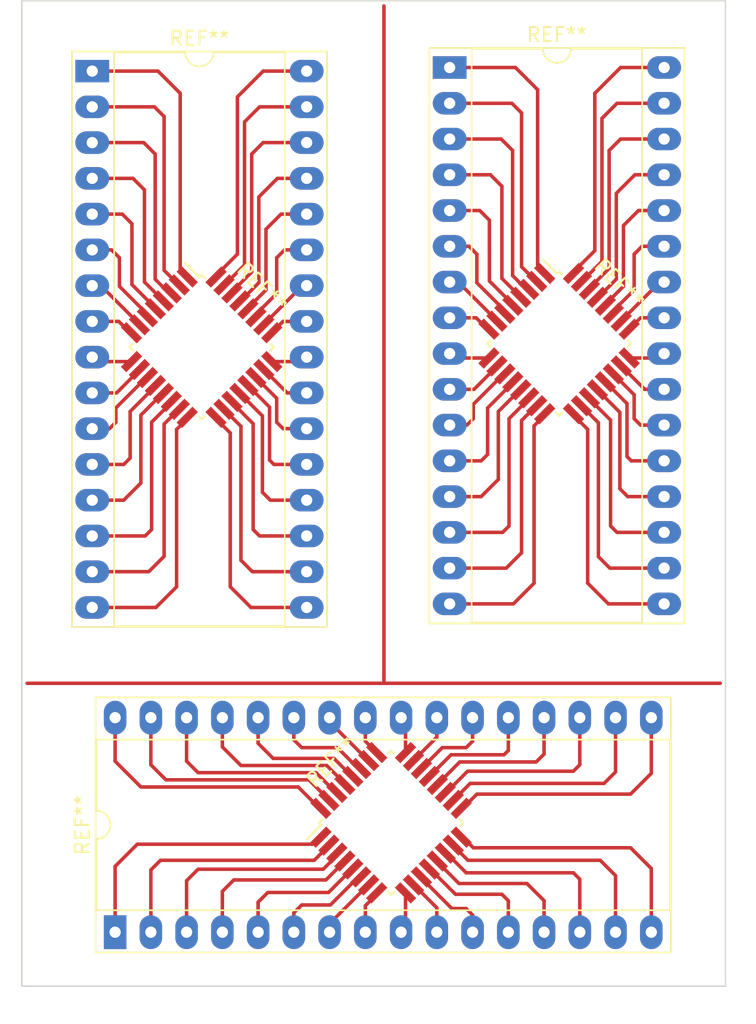
<source format=kicad_pcb>
(kicad_pcb (version 20171130) (host pcbnew 5.1.10-88a1d61d58~90~ubuntu20.04.1)

  (general
    (thickness 1.6)
    (drawings 4)
    (tracks 410)
    (zones 0)
    (modules 6)
    (nets 1)
  )

  (page A4)
  (layers
    (0 F.Cu signal)
    (31 B.Cu signal)
    (32 B.Adhes user)
    (33 F.Adhes user)
    (34 B.Paste user)
    (35 F.Paste user)
    (36 B.SilkS user)
    (37 F.SilkS user)
    (38 B.Mask user)
    (39 F.Mask user)
    (40 Dwgs.User user)
    (41 Cmts.User user)
    (42 Eco1.User user)
    (43 Eco2.User user)
    (44 Edge.Cuts user)
    (45 Margin user)
    (46 B.CrtYd user)
    (47 F.CrtYd user)
    (48 B.Fab user)
    (49 F.Fab user)
  )

  (setup
    (last_trace_width 0.25)
    (trace_clearance 0.2)
    (zone_clearance 0.508)
    (zone_45_only no)
    (trace_min 0.2)
    (via_size 0.8)
    (via_drill 0.4)
    (via_min_size 0.4)
    (via_min_drill 0.3)
    (uvia_size 0.3)
    (uvia_drill 0.1)
    (uvias_allowed no)
    (uvia_min_size 0.2)
    (uvia_min_drill 0.1)
    (edge_width 0.05)
    (segment_width 0.2)
    (pcb_text_width 0.3)
    (pcb_text_size 1.5 1.5)
    (mod_edge_width 0.12)
    (mod_text_size 1 1)
    (mod_text_width 0.15)
    (pad_size 1.524 1.524)
    (pad_drill 0.762)
    (pad_to_mask_clearance 0)
    (aux_axis_origin 0 0)
    (visible_elements FFFFFF7F)
    (pcbplotparams
      (layerselection 0x010fc_ffffffff)
      (usegerberextensions false)
      (usegerberattributes true)
      (usegerberadvancedattributes true)
      (creategerberjobfile true)
      (excludeedgelayer true)
      (linewidth 0.100000)
      (plotframeref false)
      (viasonmask false)
      (mode 1)
      (useauxorigin false)
      (hpglpennumber 1)
      (hpglpenspeed 20)
      (hpglpendiameter 15.000000)
      (psnegative false)
      (psa4output false)
      (plotreference true)
      (plotvalue true)
      (plotinvisibletext false)
      (padsonsilk false)
      (subtractmaskfromsilk false)
      (outputformat 1)
      (mirror false)
      (drillshape 1)
      (scaleselection 1)
      (outputdirectory ""))
  )

  (net 0 "")

  (net_class Default "This is the default net class."
    (clearance 0.2)
    (trace_width 0.25)
    (via_dia 0.8)
    (via_drill 0.4)
    (uvia_dia 0.3)
    (uvia_drill 0.1)
  )

  (module Package_DIP:DIP-32_W15.24mm_Socket_LongPads (layer F.Cu) (tedit 5A02E8C5) (tstamp 60FD57F6)
    (at 106.628 96.168 90)
    (descr "32-lead though-hole mounted DIP package, row spacing 15.24 mm (600 mils), Socket, LongPads")
    (tags "THT DIP DIL PDIP 2.54mm 15.24mm 600mil Socket LongPads")
    (fp_text reference REF** (at 7.62 -2.33 90) (layer F.SilkS)
      (effects (font (size 1 1) (thickness 0.15)))
    )
    (fp_text value DIP-32_W15.24mm_Socket_LongPads (at 7.62 40.43 90) (layer F.Fab)
      (effects (font (size 1 1) (thickness 0.15)))
    )
    (fp_line (start 16.8 -1.6) (end -1.55 -1.6) (layer F.CrtYd) (width 0.05))
    (fp_line (start 16.8 39.7) (end 16.8 -1.6) (layer F.CrtYd) (width 0.05))
    (fp_line (start -1.55 39.7) (end 16.8 39.7) (layer F.CrtYd) (width 0.05))
    (fp_line (start -1.55 -1.6) (end -1.55 39.7) (layer F.CrtYd) (width 0.05))
    (fp_line (start 16.68 -1.39) (end -1.44 -1.39) (layer F.SilkS) (width 0.12))
    (fp_line (start 16.68 39.49) (end 16.68 -1.39) (layer F.SilkS) (width 0.12))
    (fp_line (start -1.44 39.49) (end 16.68 39.49) (layer F.SilkS) (width 0.12))
    (fp_line (start -1.44 -1.39) (end -1.44 39.49) (layer F.SilkS) (width 0.12))
    (fp_line (start 13.68 -1.33) (end 8.62 -1.33) (layer F.SilkS) (width 0.12))
    (fp_line (start 13.68 39.43) (end 13.68 -1.33) (layer F.SilkS) (width 0.12))
    (fp_line (start 1.56 39.43) (end 13.68 39.43) (layer F.SilkS) (width 0.12))
    (fp_line (start 1.56 -1.33) (end 1.56 39.43) (layer F.SilkS) (width 0.12))
    (fp_line (start 6.62 -1.33) (end 1.56 -1.33) (layer F.SilkS) (width 0.12))
    (fp_line (start 16.51 -1.33) (end -1.27 -1.33) (layer F.Fab) (width 0.1))
    (fp_line (start 16.51 39.43) (end 16.51 -1.33) (layer F.Fab) (width 0.1))
    (fp_line (start -1.27 39.43) (end 16.51 39.43) (layer F.Fab) (width 0.1))
    (fp_line (start -1.27 -1.33) (end -1.27 39.43) (layer F.Fab) (width 0.1))
    (fp_line (start 0.255 -0.27) (end 1.255 -1.27) (layer F.Fab) (width 0.1))
    (fp_line (start 0.255 39.37) (end 0.255 -0.27) (layer F.Fab) (width 0.1))
    (fp_line (start 14.985 39.37) (end 0.255 39.37) (layer F.Fab) (width 0.1))
    (fp_line (start 14.985 -1.27) (end 14.985 39.37) (layer F.Fab) (width 0.1))
    (fp_line (start 1.255 -1.27) (end 14.985 -1.27) (layer F.Fab) (width 0.1))
    (fp_text user %R (at 7.62 19.05 90) (layer F.Fab)
      (effects (font (size 1 1) (thickness 0.15)))
    )
    (fp_arc (start 7.62 -1.33) (end 6.62 -1.33) (angle -180) (layer F.SilkS) (width 0.12))
    (pad 32 thru_hole oval (at 15.24 0 90) (size 2.4 1.6) (drill 0.8) (layers *.Cu *.Mask))
    (pad 16 thru_hole oval (at 0 38.1 90) (size 2.4 1.6) (drill 0.8) (layers *.Cu *.Mask))
    (pad 31 thru_hole oval (at 15.24 2.54 90) (size 2.4 1.6) (drill 0.8) (layers *.Cu *.Mask))
    (pad 15 thru_hole oval (at 0 35.56 90) (size 2.4 1.6) (drill 0.8) (layers *.Cu *.Mask))
    (pad 30 thru_hole oval (at 15.24 5.08 90) (size 2.4 1.6) (drill 0.8) (layers *.Cu *.Mask))
    (pad 14 thru_hole oval (at 0 33.02 90) (size 2.4 1.6) (drill 0.8) (layers *.Cu *.Mask))
    (pad 29 thru_hole oval (at 15.24 7.62 90) (size 2.4 1.6) (drill 0.8) (layers *.Cu *.Mask))
    (pad 13 thru_hole oval (at 0 30.48 90) (size 2.4 1.6) (drill 0.8) (layers *.Cu *.Mask))
    (pad 28 thru_hole oval (at 15.24 10.16 90) (size 2.4 1.6) (drill 0.8) (layers *.Cu *.Mask))
    (pad 12 thru_hole oval (at 0 27.94 90) (size 2.4 1.6) (drill 0.8) (layers *.Cu *.Mask))
    (pad 27 thru_hole oval (at 15.24 12.7 90) (size 2.4 1.6) (drill 0.8) (layers *.Cu *.Mask))
    (pad 11 thru_hole oval (at 0 25.4 90) (size 2.4 1.6) (drill 0.8) (layers *.Cu *.Mask))
    (pad 26 thru_hole oval (at 15.24 15.24 90) (size 2.4 1.6) (drill 0.8) (layers *.Cu *.Mask))
    (pad 10 thru_hole oval (at 0 22.86 90) (size 2.4 1.6) (drill 0.8) (layers *.Cu *.Mask))
    (pad 25 thru_hole oval (at 15.24 17.78 90) (size 2.4 1.6) (drill 0.8) (layers *.Cu *.Mask))
    (pad 9 thru_hole oval (at 0 20.32 90) (size 2.4 1.6) (drill 0.8) (layers *.Cu *.Mask))
    (pad 24 thru_hole oval (at 15.24 20.32 90) (size 2.4 1.6) (drill 0.8) (layers *.Cu *.Mask))
    (pad 8 thru_hole oval (at 0 17.78 90) (size 2.4 1.6) (drill 0.8) (layers *.Cu *.Mask))
    (pad 23 thru_hole oval (at 15.24 22.86 90) (size 2.4 1.6) (drill 0.8) (layers *.Cu *.Mask))
    (pad 7 thru_hole oval (at 0 15.24 90) (size 2.4 1.6) (drill 0.8) (layers *.Cu *.Mask))
    (pad 22 thru_hole oval (at 15.24 25.4 90) (size 2.4 1.6) (drill 0.8) (layers *.Cu *.Mask))
    (pad 6 thru_hole oval (at 0 12.7 90) (size 2.4 1.6) (drill 0.8) (layers *.Cu *.Mask))
    (pad 21 thru_hole oval (at 15.24 27.94 90) (size 2.4 1.6) (drill 0.8) (layers *.Cu *.Mask))
    (pad 5 thru_hole oval (at 0 10.16 90) (size 2.4 1.6) (drill 0.8) (layers *.Cu *.Mask))
    (pad 20 thru_hole oval (at 15.24 30.48 90) (size 2.4 1.6) (drill 0.8) (layers *.Cu *.Mask))
    (pad 4 thru_hole oval (at 0 7.62 90) (size 2.4 1.6) (drill 0.8) (layers *.Cu *.Mask))
    (pad 19 thru_hole oval (at 15.24 33.02 90) (size 2.4 1.6) (drill 0.8) (layers *.Cu *.Mask))
    (pad 3 thru_hole oval (at 0 5.08 90) (size 2.4 1.6) (drill 0.8) (layers *.Cu *.Mask))
    (pad 18 thru_hole oval (at 15.24 35.56 90) (size 2.4 1.6) (drill 0.8) (layers *.Cu *.Mask))
    (pad 2 thru_hole oval (at 0 2.54 90) (size 2.4 1.6) (drill 0.8) (layers *.Cu *.Mask))
    (pad 17 thru_hole oval (at 15.24 38.1 90) (size 2.4 1.6) (drill 0.8) (layers *.Cu *.Mask))
    (pad 1 thru_hole rect (at 0 0 90) (size 2.4 1.6) (drill 0.8) (layers *.Cu *.Mask))
    (model ${KISYS3DMOD}/Package_DIP.3dshapes/DIP-32_W15.24mm_Socket.wrl
      (at (xyz 0 0 0))
      (scale (xyz 1 1 1))
      (rotate (xyz 0 0 0))
    )
  )

  (module Package_QFP:TQFP-32_7x7mm_P0.8mm (layer F.Cu) (tedit 5A02F146) (tstamp 60FD57BD)
    (at 126.238 88.392 45)
    (descr "32-Lead Plastic Thin Quad Flatpack (PT) - 7x7x1.0 mm Body, 2.00 mm [TQFP] (see Microchip Packaging Specification 00000049BS.pdf)")
    (tags "QFP 0.8")
    (attr smd)
    (fp_text reference REF** (at 0 -6.05 45) (layer F.SilkS)
      (effects (font (size 1 1) (thickness 0.15)))
    )
    (fp_text value TQFP-32_7x7mm_P0.8mm (at 0 6.05 45) (layer F.Fab)
      (effects (font (size 1 1) (thickness 0.15)))
    )
    (fp_line (start -3.625 -3.4) (end -5.05 -3.4) (layer F.SilkS) (width 0.15))
    (fp_line (start 3.625 -3.625) (end 3.3 -3.625) (layer F.SilkS) (width 0.15))
    (fp_line (start 3.625 3.625) (end 3.3 3.625) (layer F.SilkS) (width 0.15))
    (fp_line (start -3.625 3.625) (end -3.3 3.625) (layer F.SilkS) (width 0.15))
    (fp_line (start -3.625 -3.625) (end -3.3 -3.625) (layer F.SilkS) (width 0.15))
    (fp_line (start -3.625 3.625) (end -3.625 3.3) (layer F.SilkS) (width 0.15))
    (fp_line (start 3.625 3.625) (end 3.625 3.3) (layer F.SilkS) (width 0.15))
    (fp_line (start 3.625 -3.625) (end 3.625 -3.3) (layer F.SilkS) (width 0.15))
    (fp_line (start -3.625 -3.625) (end -3.625 -3.4) (layer F.SilkS) (width 0.15))
    (fp_line (start -5.3 5.3) (end 5.3 5.3) (layer F.CrtYd) (width 0.05))
    (fp_line (start -5.3 -5.3) (end 5.3 -5.3) (layer F.CrtYd) (width 0.05))
    (fp_line (start 5.3 -5.3) (end 5.3 5.3) (layer F.CrtYd) (width 0.05))
    (fp_line (start -5.3 -5.3) (end -5.3 5.3) (layer F.CrtYd) (width 0.05))
    (fp_line (start -3.5 -2.5) (end -2.5 -3.5) (layer F.Fab) (width 0.15))
    (fp_line (start -3.5 3.5) (end -3.5 -2.5) (layer F.Fab) (width 0.15))
    (fp_line (start 3.5 3.5) (end -3.5 3.5) (layer F.Fab) (width 0.15))
    (fp_line (start 3.5 -3.5) (end 3.5 3.5) (layer F.Fab) (width 0.15))
    (fp_line (start -2.5 -3.5) (end 3.5 -3.5) (layer F.Fab) (width 0.15))
    (fp_text user %R (at 0 0 45) (layer F.Fab)
      (effects (font (size 1 1) (thickness 0.15)))
    )
    (pad 32 smd rect (at -2.8 -4.25 135) (size 1.6 0.55) (layers F.Cu F.Paste F.Mask))
    (pad 31 smd rect (at -2 -4.25 135) (size 1.6 0.55) (layers F.Cu F.Paste F.Mask))
    (pad 30 smd rect (at -1.2 -4.25 135) (size 1.6 0.55) (layers F.Cu F.Paste F.Mask))
    (pad 29 smd rect (at -0.4 -4.25 135) (size 1.6 0.55) (layers F.Cu F.Paste F.Mask))
    (pad 28 smd rect (at 0.4 -4.25 135) (size 1.6 0.55) (layers F.Cu F.Paste F.Mask))
    (pad 27 smd rect (at 1.2 -4.25 135) (size 1.6 0.55) (layers F.Cu F.Paste F.Mask))
    (pad 26 smd rect (at 2 -4.25 135) (size 1.6 0.55) (layers F.Cu F.Paste F.Mask))
    (pad 25 smd rect (at 2.8 -4.25 135) (size 1.6 0.55) (layers F.Cu F.Paste F.Mask))
    (pad 24 smd rect (at 4.25 -2.8 45) (size 1.6 0.55) (layers F.Cu F.Paste F.Mask))
    (pad 23 smd rect (at 4.25 -2 45) (size 1.6 0.55) (layers F.Cu F.Paste F.Mask))
    (pad 22 smd rect (at 4.25 -1.2 45) (size 1.6 0.55) (layers F.Cu F.Paste F.Mask))
    (pad 21 smd rect (at 4.25 -0.4 45) (size 1.6 0.55) (layers F.Cu F.Paste F.Mask))
    (pad 20 smd rect (at 4.25 0.4 45) (size 1.6 0.55) (layers F.Cu F.Paste F.Mask))
    (pad 19 smd rect (at 4.25 1.2 45) (size 1.6 0.55) (layers F.Cu F.Paste F.Mask))
    (pad 18 smd rect (at 4.25 2 45) (size 1.6 0.55) (layers F.Cu F.Paste F.Mask))
    (pad 17 smd rect (at 4.25 2.8 45) (size 1.6 0.55) (layers F.Cu F.Paste F.Mask))
    (pad 16 smd rect (at 2.8 4.25 135) (size 1.6 0.55) (layers F.Cu F.Paste F.Mask))
    (pad 15 smd rect (at 2 4.25 135) (size 1.6 0.55) (layers F.Cu F.Paste F.Mask))
    (pad 14 smd rect (at 1.2 4.25 135) (size 1.6 0.55) (layers F.Cu F.Paste F.Mask))
    (pad 13 smd rect (at 0.4 4.25 135) (size 1.6 0.55) (layers F.Cu F.Paste F.Mask))
    (pad 12 smd rect (at -0.4 4.25 135) (size 1.6 0.55) (layers F.Cu F.Paste F.Mask))
    (pad 11 smd rect (at -1.2 4.25 135) (size 1.6 0.55) (layers F.Cu F.Paste F.Mask))
    (pad 10 smd rect (at -2 4.25 135) (size 1.6 0.55) (layers F.Cu F.Paste F.Mask))
    (pad 9 smd rect (at -2.8 4.25 135) (size 1.6 0.55) (layers F.Cu F.Paste F.Mask))
    (pad 8 smd rect (at -4.25 2.8 45) (size 1.6 0.55) (layers F.Cu F.Paste F.Mask))
    (pad 7 smd rect (at -4.25 2 45) (size 1.6 0.55) (layers F.Cu F.Paste F.Mask))
    (pad 6 smd rect (at -4.25 1.2 45) (size 1.6 0.55) (layers F.Cu F.Paste F.Mask))
    (pad 5 smd rect (at -4.25 0.4 45) (size 1.6 0.55) (layers F.Cu F.Paste F.Mask))
    (pad 4 smd rect (at -4.25 -0.4 45) (size 1.6 0.55) (layers F.Cu F.Paste F.Mask))
    (pad 3 smd rect (at -4.25 -1.2 45) (size 1.6 0.55) (layers F.Cu F.Paste F.Mask))
    (pad 2 smd rect (at -4.25 -2 45) (size 1.6 0.55) (layers F.Cu F.Paste F.Mask))
    (pad 1 smd rect (at -4.25 -2.8 45) (size 1.6 0.55) (layers F.Cu F.Paste F.Mask))
    (model ${KISYS3DMOD}/Package_QFP.3dshapes/TQFP-32_7x7mm_P0.8mm.wrl
      (at (xyz 0 0 0))
      (scale (xyz 1 1 1))
      (rotate (xyz 0 0 0))
    )
  )

  (module Package_QFP:TQFP-32_7x7mm_P0.8mm (layer F.Cu) (tedit 5A02F146) (tstamp 60FD5609)
    (at 138.176 54.356 315)
    (descr "32-Lead Plastic Thin Quad Flatpack (PT) - 7x7x1.0 mm Body, 2.00 mm [TQFP] (see Microchip Packaging Specification 00000049BS.pdf)")
    (tags "QFP 0.8")
    (attr smd)
    (fp_text reference REF** (at 0 -6.05 135) (layer F.SilkS)
      (effects (font (size 1 1) (thickness 0.15)))
    )
    (fp_text value TQFP-32_7x7mm_P0.8mm (at 0 6.05 135) (layer F.Fab)
      (effects (font (size 1 1) (thickness 0.15)))
    )
    (fp_text user %R (at 0 0 135) (layer F.Fab)
      (effects (font (size 1 1) (thickness 0.15)))
    )
    (fp_line (start -2.5 -3.5) (end 3.5 -3.5) (layer F.Fab) (width 0.15))
    (fp_line (start 3.5 -3.5) (end 3.5 3.5) (layer F.Fab) (width 0.15))
    (fp_line (start 3.5 3.5) (end -3.5 3.5) (layer F.Fab) (width 0.15))
    (fp_line (start -3.5 3.5) (end -3.5 -2.5) (layer F.Fab) (width 0.15))
    (fp_line (start -3.5 -2.5) (end -2.5 -3.5) (layer F.Fab) (width 0.15))
    (fp_line (start -5.3 -5.3) (end -5.3 5.3) (layer F.CrtYd) (width 0.05))
    (fp_line (start 5.3 -5.3) (end 5.3 5.3) (layer F.CrtYd) (width 0.05))
    (fp_line (start -5.3 -5.3) (end 5.3 -5.3) (layer F.CrtYd) (width 0.05))
    (fp_line (start -5.3 5.3) (end 5.3 5.3) (layer F.CrtYd) (width 0.05))
    (fp_line (start -3.625 -3.625) (end -3.625 -3.4) (layer F.SilkS) (width 0.15))
    (fp_line (start 3.625 -3.625) (end 3.625 -3.3) (layer F.SilkS) (width 0.15))
    (fp_line (start 3.625 3.625) (end 3.625 3.3) (layer F.SilkS) (width 0.15))
    (fp_line (start -3.625 3.625) (end -3.625 3.3) (layer F.SilkS) (width 0.15))
    (fp_line (start -3.625 -3.625) (end -3.3 -3.625) (layer F.SilkS) (width 0.15))
    (fp_line (start -3.625 3.625) (end -3.3 3.625) (layer F.SilkS) (width 0.15))
    (fp_line (start 3.625 3.625) (end 3.3 3.625) (layer F.SilkS) (width 0.15))
    (fp_line (start 3.625 -3.625) (end 3.3 -3.625) (layer F.SilkS) (width 0.15))
    (fp_line (start -3.625 -3.4) (end -5.05 -3.4) (layer F.SilkS) (width 0.15))
    (pad 1 smd rect (at -4.25 -2.8 315) (size 1.6 0.55) (layers F.Cu F.Paste F.Mask))
    (pad 2 smd rect (at -4.25 -2 315) (size 1.6 0.55) (layers F.Cu F.Paste F.Mask))
    (pad 3 smd rect (at -4.25 -1.2 315) (size 1.6 0.55) (layers F.Cu F.Paste F.Mask))
    (pad 4 smd rect (at -4.25 -0.4 315) (size 1.6 0.55) (layers F.Cu F.Paste F.Mask))
    (pad 5 smd rect (at -4.25 0.4 315) (size 1.6 0.55) (layers F.Cu F.Paste F.Mask))
    (pad 6 smd rect (at -4.25 1.2 315) (size 1.6 0.55) (layers F.Cu F.Paste F.Mask))
    (pad 7 smd rect (at -4.25 2 315) (size 1.6 0.55) (layers F.Cu F.Paste F.Mask))
    (pad 8 smd rect (at -4.25 2.8 315) (size 1.6 0.55) (layers F.Cu F.Paste F.Mask))
    (pad 9 smd rect (at -2.8 4.25 45) (size 1.6 0.55) (layers F.Cu F.Paste F.Mask))
    (pad 10 smd rect (at -2 4.25 45) (size 1.6 0.55) (layers F.Cu F.Paste F.Mask))
    (pad 11 smd rect (at -1.2 4.25 45) (size 1.6 0.55) (layers F.Cu F.Paste F.Mask))
    (pad 12 smd rect (at -0.4 4.25 45) (size 1.6 0.55) (layers F.Cu F.Paste F.Mask))
    (pad 13 smd rect (at 0.4 4.25 45) (size 1.6 0.55) (layers F.Cu F.Paste F.Mask))
    (pad 14 smd rect (at 1.2 4.25 45) (size 1.6 0.55) (layers F.Cu F.Paste F.Mask))
    (pad 15 smd rect (at 2 4.25 45) (size 1.6 0.55) (layers F.Cu F.Paste F.Mask))
    (pad 16 smd rect (at 2.8 4.25 45) (size 1.6 0.55) (layers F.Cu F.Paste F.Mask))
    (pad 17 smd rect (at 4.25 2.8 315) (size 1.6 0.55) (layers F.Cu F.Paste F.Mask))
    (pad 18 smd rect (at 4.25 2 315) (size 1.6 0.55) (layers F.Cu F.Paste F.Mask))
    (pad 19 smd rect (at 4.25 1.2 315) (size 1.6 0.55) (layers F.Cu F.Paste F.Mask))
    (pad 20 smd rect (at 4.25 0.4 315) (size 1.6 0.55) (layers F.Cu F.Paste F.Mask))
    (pad 21 smd rect (at 4.25 -0.4 315) (size 1.6 0.55) (layers F.Cu F.Paste F.Mask))
    (pad 22 smd rect (at 4.25 -1.2 315) (size 1.6 0.55) (layers F.Cu F.Paste F.Mask))
    (pad 23 smd rect (at 4.25 -2 315) (size 1.6 0.55) (layers F.Cu F.Paste F.Mask))
    (pad 24 smd rect (at 4.25 -2.8 315) (size 1.6 0.55) (layers F.Cu F.Paste F.Mask))
    (pad 25 smd rect (at 2.8 -4.25 45) (size 1.6 0.55) (layers F.Cu F.Paste F.Mask))
    (pad 26 smd rect (at 2 -4.25 45) (size 1.6 0.55) (layers F.Cu F.Paste F.Mask))
    (pad 27 smd rect (at 1.2 -4.25 45) (size 1.6 0.55) (layers F.Cu F.Paste F.Mask))
    (pad 28 smd rect (at 0.4 -4.25 45) (size 1.6 0.55) (layers F.Cu F.Paste F.Mask))
    (pad 29 smd rect (at -0.4 -4.25 45) (size 1.6 0.55) (layers F.Cu F.Paste F.Mask))
    (pad 30 smd rect (at -1.2 -4.25 45) (size 1.6 0.55) (layers F.Cu F.Paste F.Mask))
    (pad 31 smd rect (at -2 -4.25 45) (size 1.6 0.55) (layers F.Cu F.Paste F.Mask))
    (pad 32 smd rect (at -2.8 -4.25 45) (size 1.6 0.55) (layers F.Cu F.Paste F.Mask))
    (model ${KISYS3DMOD}/Package_QFP.3dshapes/TQFP-32_7x7mm_P0.8mm.wrl
      (at (xyz 0 0 0))
      (scale (xyz 1 1 1))
      (rotate (xyz 0 0 0))
    )
  )

  (module Package_DIP:DIP-32_W15.24mm_Socket_LongPads (layer F.Cu) (tedit 5A02E8C5) (tstamp 60FD555E)
    (at 130.4 34.746)
    (descr "32-lead though-hole mounted DIP package, row spacing 15.24 mm (600 mils), Socket, LongPads")
    (tags "THT DIP DIL PDIP 2.54mm 15.24mm 600mil Socket LongPads")
    (fp_text reference REF** (at 7.62 -2.33) (layer F.SilkS)
      (effects (font (size 1 1) (thickness 0.15)))
    )
    (fp_text value DIP-32_W15.24mm_Socket_LongPads (at 7.62 40.43) (layer F.Fab)
      (effects (font (size 1 1) (thickness 0.15)))
    )
    (fp_arc (start 7.62 -1.33) (end 6.62 -1.33) (angle -180) (layer F.SilkS) (width 0.12))
    (fp_text user %R (at 7.62 19.05) (layer F.Fab)
      (effects (font (size 1 1) (thickness 0.15)))
    )
    (fp_line (start 1.255 -1.27) (end 14.985 -1.27) (layer F.Fab) (width 0.1))
    (fp_line (start 14.985 -1.27) (end 14.985 39.37) (layer F.Fab) (width 0.1))
    (fp_line (start 14.985 39.37) (end 0.255 39.37) (layer F.Fab) (width 0.1))
    (fp_line (start 0.255 39.37) (end 0.255 -0.27) (layer F.Fab) (width 0.1))
    (fp_line (start 0.255 -0.27) (end 1.255 -1.27) (layer F.Fab) (width 0.1))
    (fp_line (start -1.27 -1.33) (end -1.27 39.43) (layer F.Fab) (width 0.1))
    (fp_line (start -1.27 39.43) (end 16.51 39.43) (layer F.Fab) (width 0.1))
    (fp_line (start 16.51 39.43) (end 16.51 -1.33) (layer F.Fab) (width 0.1))
    (fp_line (start 16.51 -1.33) (end -1.27 -1.33) (layer F.Fab) (width 0.1))
    (fp_line (start 6.62 -1.33) (end 1.56 -1.33) (layer F.SilkS) (width 0.12))
    (fp_line (start 1.56 -1.33) (end 1.56 39.43) (layer F.SilkS) (width 0.12))
    (fp_line (start 1.56 39.43) (end 13.68 39.43) (layer F.SilkS) (width 0.12))
    (fp_line (start 13.68 39.43) (end 13.68 -1.33) (layer F.SilkS) (width 0.12))
    (fp_line (start 13.68 -1.33) (end 8.62 -1.33) (layer F.SilkS) (width 0.12))
    (fp_line (start -1.44 -1.39) (end -1.44 39.49) (layer F.SilkS) (width 0.12))
    (fp_line (start -1.44 39.49) (end 16.68 39.49) (layer F.SilkS) (width 0.12))
    (fp_line (start 16.68 39.49) (end 16.68 -1.39) (layer F.SilkS) (width 0.12))
    (fp_line (start 16.68 -1.39) (end -1.44 -1.39) (layer F.SilkS) (width 0.12))
    (fp_line (start -1.55 -1.6) (end -1.55 39.7) (layer F.CrtYd) (width 0.05))
    (fp_line (start -1.55 39.7) (end 16.8 39.7) (layer F.CrtYd) (width 0.05))
    (fp_line (start 16.8 39.7) (end 16.8 -1.6) (layer F.CrtYd) (width 0.05))
    (fp_line (start 16.8 -1.6) (end -1.55 -1.6) (layer F.CrtYd) (width 0.05))
    (pad 1 thru_hole rect (at 0 0) (size 2.4 1.6) (drill 0.8) (layers *.Cu *.Mask))
    (pad 17 thru_hole oval (at 15.24 38.1) (size 2.4 1.6) (drill 0.8) (layers *.Cu *.Mask))
    (pad 2 thru_hole oval (at 0 2.54) (size 2.4 1.6) (drill 0.8) (layers *.Cu *.Mask))
    (pad 18 thru_hole oval (at 15.24 35.56) (size 2.4 1.6) (drill 0.8) (layers *.Cu *.Mask))
    (pad 3 thru_hole oval (at 0 5.08) (size 2.4 1.6) (drill 0.8) (layers *.Cu *.Mask))
    (pad 19 thru_hole oval (at 15.24 33.02) (size 2.4 1.6) (drill 0.8) (layers *.Cu *.Mask))
    (pad 4 thru_hole oval (at 0 7.62) (size 2.4 1.6) (drill 0.8) (layers *.Cu *.Mask))
    (pad 20 thru_hole oval (at 15.24 30.48) (size 2.4 1.6) (drill 0.8) (layers *.Cu *.Mask))
    (pad 5 thru_hole oval (at 0 10.16) (size 2.4 1.6) (drill 0.8) (layers *.Cu *.Mask))
    (pad 21 thru_hole oval (at 15.24 27.94) (size 2.4 1.6) (drill 0.8) (layers *.Cu *.Mask))
    (pad 6 thru_hole oval (at 0 12.7) (size 2.4 1.6) (drill 0.8) (layers *.Cu *.Mask))
    (pad 22 thru_hole oval (at 15.24 25.4) (size 2.4 1.6) (drill 0.8) (layers *.Cu *.Mask))
    (pad 7 thru_hole oval (at 0 15.24) (size 2.4 1.6) (drill 0.8) (layers *.Cu *.Mask))
    (pad 23 thru_hole oval (at 15.24 22.86) (size 2.4 1.6) (drill 0.8) (layers *.Cu *.Mask))
    (pad 8 thru_hole oval (at 0 17.78) (size 2.4 1.6) (drill 0.8) (layers *.Cu *.Mask))
    (pad 24 thru_hole oval (at 15.24 20.32) (size 2.4 1.6) (drill 0.8) (layers *.Cu *.Mask))
    (pad 9 thru_hole oval (at 0 20.32) (size 2.4 1.6) (drill 0.8) (layers *.Cu *.Mask))
    (pad 25 thru_hole oval (at 15.24 17.78) (size 2.4 1.6) (drill 0.8) (layers *.Cu *.Mask))
    (pad 10 thru_hole oval (at 0 22.86) (size 2.4 1.6) (drill 0.8) (layers *.Cu *.Mask))
    (pad 26 thru_hole oval (at 15.24 15.24) (size 2.4 1.6) (drill 0.8) (layers *.Cu *.Mask))
    (pad 11 thru_hole oval (at 0 25.4) (size 2.4 1.6) (drill 0.8) (layers *.Cu *.Mask))
    (pad 27 thru_hole oval (at 15.24 12.7) (size 2.4 1.6) (drill 0.8) (layers *.Cu *.Mask))
    (pad 12 thru_hole oval (at 0 27.94) (size 2.4 1.6) (drill 0.8) (layers *.Cu *.Mask))
    (pad 28 thru_hole oval (at 15.24 10.16) (size 2.4 1.6) (drill 0.8) (layers *.Cu *.Mask))
    (pad 13 thru_hole oval (at 0 30.48) (size 2.4 1.6) (drill 0.8) (layers *.Cu *.Mask))
    (pad 29 thru_hole oval (at 15.24 7.62) (size 2.4 1.6) (drill 0.8) (layers *.Cu *.Mask))
    (pad 14 thru_hole oval (at 0 33.02) (size 2.4 1.6) (drill 0.8) (layers *.Cu *.Mask))
    (pad 30 thru_hole oval (at 15.24 5.08) (size 2.4 1.6) (drill 0.8) (layers *.Cu *.Mask))
    (pad 15 thru_hole oval (at 0 35.56) (size 2.4 1.6) (drill 0.8) (layers *.Cu *.Mask))
    (pad 31 thru_hole oval (at 15.24 2.54) (size 2.4 1.6) (drill 0.8) (layers *.Cu *.Mask))
    (pad 16 thru_hole oval (at 0 38.1) (size 2.4 1.6) (drill 0.8) (layers *.Cu *.Mask))
    (pad 32 thru_hole oval (at 15.24 0) (size 2.4 1.6) (drill 0.8) (layers *.Cu *.Mask))
    (model ${KISYS3DMOD}/Package_DIP.3dshapes/DIP-32_W15.24mm_Socket.wrl
      (at (xyz 0 0 0))
      (scale (xyz 1 1 1))
      (rotate (xyz 0 0 0))
    )
  )

  (module Package_QFP:TQFP-32_7x7mm_P0.8mm (layer F.Cu) (tedit 5A02F146) (tstamp 60FDBA89)
    (at 112.776 54.61 315)
    (descr "32-Lead Plastic Thin Quad Flatpack (PT) - 7x7x1.0 mm Body, 2.00 mm [TQFP] (see Microchip Packaging Specification 00000049BS.pdf)")
    (tags "QFP 0.8")
    (attr smd)
    (fp_text reference REF** (at 0 -6.05 135) (layer F.SilkS)
      (effects (font (size 1 1) (thickness 0.15)))
    )
    (fp_text value TQFP-32_7x7mm_P0.8mm (at 0 6.05 135) (layer F.Fab)
      (effects (font (size 1 1) (thickness 0.15)))
    )
    (fp_line (start -3.625 -3.4) (end -5.05 -3.4) (layer F.SilkS) (width 0.15))
    (fp_line (start 3.625 -3.625) (end 3.3 -3.625) (layer F.SilkS) (width 0.15))
    (fp_line (start 3.625 3.625) (end 3.3 3.625) (layer F.SilkS) (width 0.15))
    (fp_line (start -3.625 3.625) (end -3.3 3.625) (layer F.SilkS) (width 0.15))
    (fp_line (start -3.625 -3.625) (end -3.3 -3.625) (layer F.SilkS) (width 0.15))
    (fp_line (start -3.625 3.625) (end -3.625 3.3) (layer F.SilkS) (width 0.15))
    (fp_line (start 3.625 3.625) (end 3.625 3.3) (layer F.SilkS) (width 0.15))
    (fp_line (start 3.625 -3.625) (end 3.625 -3.3) (layer F.SilkS) (width 0.15))
    (fp_line (start -3.625 -3.625) (end -3.625 -3.4) (layer F.SilkS) (width 0.15))
    (fp_line (start -5.3 5.3) (end 5.3 5.3) (layer F.CrtYd) (width 0.05))
    (fp_line (start -5.3 -5.3) (end 5.3 -5.3) (layer F.CrtYd) (width 0.05))
    (fp_line (start 5.3 -5.3) (end 5.3 5.3) (layer F.CrtYd) (width 0.05))
    (fp_line (start -5.3 -5.3) (end -5.3 5.3) (layer F.CrtYd) (width 0.05))
    (fp_line (start -3.5 -2.5) (end -2.5 -3.5) (layer F.Fab) (width 0.15))
    (fp_line (start -3.5 3.5) (end -3.5 -2.5) (layer F.Fab) (width 0.15))
    (fp_line (start 3.5 3.5) (end -3.5 3.5) (layer F.Fab) (width 0.15))
    (fp_line (start 3.5 -3.5) (end 3.5 3.5) (layer F.Fab) (width 0.15))
    (fp_line (start -2.5 -3.5) (end 3.5 -3.5) (layer F.Fab) (width 0.15))
    (fp_text user %R (at 0 0 135) (layer F.Fab)
      (effects (font (size 1 1) (thickness 0.15)))
    )
    (pad 32 smd rect (at -2.8 -4.25 45) (size 1.6 0.55) (layers F.Cu F.Paste F.Mask))
    (pad 31 smd rect (at -2 -4.25 45) (size 1.6 0.55) (layers F.Cu F.Paste F.Mask))
    (pad 30 smd rect (at -1.2 -4.25 45) (size 1.6 0.55) (layers F.Cu F.Paste F.Mask))
    (pad 29 smd rect (at -0.4 -4.25 45) (size 1.6 0.55) (layers F.Cu F.Paste F.Mask))
    (pad 28 smd rect (at 0.4 -4.25 45) (size 1.6 0.55) (layers F.Cu F.Paste F.Mask))
    (pad 27 smd rect (at 1.2 -4.25 45) (size 1.6 0.55) (layers F.Cu F.Paste F.Mask))
    (pad 26 smd rect (at 2 -4.25 45) (size 1.6 0.55) (layers F.Cu F.Paste F.Mask))
    (pad 25 smd rect (at 2.8 -4.25 45) (size 1.6 0.55) (layers F.Cu F.Paste F.Mask))
    (pad 24 smd rect (at 4.25 -2.8 315) (size 1.6 0.55) (layers F.Cu F.Paste F.Mask))
    (pad 23 smd rect (at 4.25 -2 315) (size 1.6 0.55) (layers F.Cu F.Paste F.Mask))
    (pad 22 smd rect (at 4.25 -1.2 315) (size 1.6 0.55) (layers F.Cu F.Paste F.Mask))
    (pad 21 smd rect (at 4.25 -0.4 315) (size 1.6 0.55) (layers F.Cu F.Paste F.Mask))
    (pad 20 smd rect (at 4.25 0.4 315) (size 1.6 0.55) (layers F.Cu F.Paste F.Mask))
    (pad 19 smd rect (at 4.25 1.2 315) (size 1.6 0.55) (layers F.Cu F.Paste F.Mask))
    (pad 18 smd rect (at 4.25 2 315) (size 1.6 0.55) (layers F.Cu F.Paste F.Mask))
    (pad 17 smd rect (at 4.25 2.8 315) (size 1.6 0.55) (layers F.Cu F.Paste F.Mask))
    (pad 16 smd rect (at 2.8 4.25 45) (size 1.6 0.55) (layers F.Cu F.Paste F.Mask))
    (pad 15 smd rect (at 2 4.25 45) (size 1.6 0.55) (layers F.Cu F.Paste F.Mask))
    (pad 14 smd rect (at 1.2 4.25 45) (size 1.6 0.55) (layers F.Cu F.Paste F.Mask))
    (pad 13 smd rect (at 0.4 4.25 45) (size 1.6 0.55) (layers F.Cu F.Paste F.Mask))
    (pad 12 smd rect (at -0.4 4.25 45) (size 1.6 0.55) (layers F.Cu F.Paste F.Mask))
    (pad 11 smd rect (at -1.2 4.25 45) (size 1.6 0.55) (layers F.Cu F.Paste F.Mask))
    (pad 10 smd rect (at -2 4.25 45) (size 1.6 0.55) (layers F.Cu F.Paste F.Mask))
    (pad 9 smd rect (at -2.8 4.25 45) (size 1.6 0.55) (layers F.Cu F.Paste F.Mask))
    (pad 8 smd rect (at -4.25 2.8 315) (size 1.6 0.55) (layers F.Cu F.Paste F.Mask))
    (pad 7 smd rect (at -4.25 2 315) (size 1.6 0.55) (layers F.Cu F.Paste F.Mask))
    (pad 6 smd rect (at -4.25 1.2 315) (size 1.6 0.55) (layers F.Cu F.Paste F.Mask))
    (pad 5 smd rect (at -4.25 0.4 315) (size 1.6 0.55) (layers F.Cu F.Paste F.Mask))
    (pad 4 smd rect (at -4.25 -0.4 315) (size 1.6 0.55) (layers F.Cu F.Paste F.Mask))
    (pad 3 smd rect (at -4.25 -1.2 315) (size 1.6 0.55) (layers F.Cu F.Paste F.Mask))
    (pad 2 smd rect (at -4.25 -2 315) (size 1.6 0.55) (layers F.Cu F.Paste F.Mask))
    (pad 1 smd rect (at -4.25 -2.8 315) (size 1.6 0.55) (layers F.Cu F.Paste F.Mask))
    (model ${KISYS3DMOD}/Package_QFP.3dshapes/TQFP-32_7x7mm_P0.8mm.wrl
      (at (xyz 0 0 0))
      (scale (xyz 1 1 1))
      (rotate (xyz 0 0 0))
    )
  )

  (module Package_DIP:DIP-32_W15.24mm_Socket_LongPads (layer F.Cu) (tedit 5A02E8C5) (tstamp 60FDB0E8)
    (at 105 35)
    (descr "32-lead though-hole mounted DIP package, row spacing 15.24 mm (600 mils), Socket, LongPads")
    (tags "THT DIP DIL PDIP 2.54mm 15.24mm 600mil Socket LongPads")
    (fp_text reference REF** (at 7.62 -2.33) (layer F.SilkS)
      (effects (font (size 1 1) (thickness 0.15)))
    )
    (fp_text value DIP-32_W15.24mm_Socket_LongPads (at 7.62 40.43) (layer F.Fab)
      (effects (font (size 1 1) (thickness 0.15)))
    )
    (fp_line (start 16.8 -1.6) (end -1.55 -1.6) (layer F.CrtYd) (width 0.05))
    (fp_line (start 16.8 39.7) (end 16.8 -1.6) (layer F.CrtYd) (width 0.05))
    (fp_line (start -1.55 39.7) (end 16.8 39.7) (layer F.CrtYd) (width 0.05))
    (fp_line (start -1.55 -1.6) (end -1.55 39.7) (layer F.CrtYd) (width 0.05))
    (fp_line (start 16.68 -1.39) (end -1.44 -1.39) (layer F.SilkS) (width 0.12))
    (fp_line (start 16.68 39.49) (end 16.68 -1.39) (layer F.SilkS) (width 0.12))
    (fp_line (start -1.44 39.49) (end 16.68 39.49) (layer F.SilkS) (width 0.12))
    (fp_line (start -1.44 -1.39) (end -1.44 39.49) (layer F.SilkS) (width 0.12))
    (fp_line (start 13.68 -1.33) (end 8.62 -1.33) (layer F.SilkS) (width 0.12))
    (fp_line (start 13.68 39.43) (end 13.68 -1.33) (layer F.SilkS) (width 0.12))
    (fp_line (start 1.56 39.43) (end 13.68 39.43) (layer F.SilkS) (width 0.12))
    (fp_line (start 1.56 -1.33) (end 1.56 39.43) (layer F.SilkS) (width 0.12))
    (fp_line (start 6.62 -1.33) (end 1.56 -1.33) (layer F.SilkS) (width 0.12))
    (fp_line (start 16.51 -1.33) (end -1.27 -1.33) (layer F.Fab) (width 0.1))
    (fp_line (start 16.51 39.43) (end 16.51 -1.33) (layer F.Fab) (width 0.1))
    (fp_line (start -1.27 39.43) (end 16.51 39.43) (layer F.Fab) (width 0.1))
    (fp_line (start -1.27 -1.33) (end -1.27 39.43) (layer F.Fab) (width 0.1))
    (fp_line (start 0.255 -0.27) (end 1.255 -1.27) (layer F.Fab) (width 0.1))
    (fp_line (start 0.255 39.37) (end 0.255 -0.27) (layer F.Fab) (width 0.1))
    (fp_line (start 14.985 39.37) (end 0.255 39.37) (layer F.Fab) (width 0.1))
    (fp_line (start 14.985 -1.27) (end 14.985 39.37) (layer F.Fab) (width 0.1))
    (fp_line (start 1.255 -1.27) (end 14.985 -1.27) (layer F.Fab) (width 0.1))
    (fp_text user %R (at 7.62 19.05) (layer F.Fab)
      (effects (font (size 1 1) (thickness 0.15)))
    )
    (fp_arc (start 7.62 -1.33) (end 6.62 -1.33) (angle -180) (layer F.SilkS) (width 0.12))
    (pad 32 thru_hole oval (at 15.24 0) (size 2.4 1.6) (drill 0.8) (layers *.Cu *.Mask))
    (pad 16 thru_hole oval (at 0 38.1) (size 2.4 1.6) (drill 0.8) (layers *.Cu *.Mask))
    (pad 31 thru_hole oval (at 15.24 2.54) (size 2.4 1.6) (drill 0.8) (layers *.Cu *.Mask))
    (pad 15 thru_hole oval (at 0 35.56) (size 2.4 1.6) (drill 0.8) (layers *.Cu *.Mask))
    (pad 30 thru_hole oval (at 15.24 5.08) (size 2.4 1.6) (drill 0.8) (layers *.Cu *.Mask))
    (pad 14 thru_hole oval (at 0 33.02) (size 2.4 1.6) (drill 0.8) (layers *.Cu *.Mask))
    (pad 29 thru_hole oval (at 15.24 7.62) (size 2.4 1.6) (drill 0.8) (layers *.Cu *.Mask))
    (pad 13 thru_hole oval (at 0 30.48) (size 2.4 1.6) (drill 0.8) (layers *.Cu *.Mask))
    (pad 28 thru_hole oval (at 15.24 10.16) (size 2.4 1.6) (drill 0.8) (layers *.Cu *.Mask))
    (pad 12 thru_hole oval (at 0 27.94) (size 2.4 1.6) (drill 0.8) (layers *.Cu *.Mask))
    (pad 27 thru_hole oval (at 15.24 12.7) (size 2.4 1.6) (drill 0.8) (layers *.Cu *.Mask))
    (pad 11 thru_hole oval (at 0 25.4) (size 2.4 1.6) (drill 0.8) (layers *.Cu *.Mask))
    (pad 26 thru_hole oval (at 15.24 15.24) (size 2.4 1.6) (drill 0.8) (layers *.Cu *.Mask))
    (pad 10 thru_hole oval (at 0 22.86) (size 2.4 1.6) (drill 0.8) (layers *.Cu *.Mask))
    (pad 25 thru_hole oval (at 15.24 17.78) (size 2.4 1.6) (drill 0.8) (layers *.Cu *.Mask))
    (pad 9 thru_hole oval (at 0 20.32) (size 2.4 1.6) (drill 0.8) (layers *.Cu *.Mask))
    (pad 24 thru_hole oval (at 15.24 20.32) (size 2.4 1.6) (drill 0.8) (layers *.Cu *.Mask))
    (pad 8 thru_hole oval (at 0 17.78) (size 2.4 1.6) (drill 0.8) (layers *.Cu *.Mask))
    (pad 23 thru_hole oval (at 15.24 22.86) (size 2.4 1.6) (drill 0.8) (layers *.Cu *.Mask))
    (pad 7 thru_hole oval (at 0 15.24) (size 2.4 1.6) (drill 0.8) (layers *.Cu *.Mask))
    (pad 22 thru_hole oval (at 15.24 25.4) (size 2.4 1.6) (drill 0.8) (layers *.Cu *.Mask))
    (pad 6 thru_hole oval (at 0 12.7) (size 2.4 1.6) (drill 0.8) (layers *.Cu *.Mask))
    (pad 21 thru_hole oval (at 15.24 27.94) (size 2.4 1.6) (drill 0.8) (layers *.Cu *.Mask))
    (pad 5 thru_hole oval (at 0 10.16) (size 2.4 1.6) (drill 0.8) (layers *.Cu *.Mask))
    (pad 20 thru_hole oval (at 15.24 30.48) (size 2.4 1.6) (drill 0.8) (layers *.Cu *.Mask))
    (pad 4 thru_hole oval (at 0 7.62) (size 2.4 1.6) (drill 0.8) (layers *.Cu *.Mask))
    (pad 19 thru_hole oval (at 15.24 33.02) (size 2.4 1.6) (drill 0.8) (layers *.Cu *.Mask))
    (pad 3 thru_hole oval (at 0 5.08) (size 2.4 1.6) (drill 0.8) (layers *.Cu *.Mask))
    (pad 18 thru_hole oval (at 15.24 35.56) (size 2.4 1.6) (drill 0.8) (layers *.Cu *.Mask))
    (pad 2 thru_hole oval (at 0 2.54) (size 2.4 1.6) (drill 0.8) (layers *.Cu *.Mask))
    (pad 17 thru_hole oval (at 15.24 38.1) (size 2.4 1.6) (drill 0.8) (layers *.Cu *.Mask))
    (pad 1 thru_hole rect (at 0 0) (size 2.4 1.6) (drill 0.8) (layers *.Cu *.Mask))
    (model ${KISYS3DMOD}/Package_DIP.3dshapes/DIP-32_W15.24mm_Socket.wrl
      (at (xyz 0 0 0))
      (scale (xyz 1 1 1))
      (rotate (xyz 0 0 0))
    )
  )

  (gr_line (start 150 30) (end 150 100) (layer Edge.Cuts) (width 0.1))
  (gr_line (start 100 30) (end 150 30) (layer Edge.Cuts) (width 0.1))
  (gr_line (start 100 100) (end 100 30) (layer Edge.Cuts) (width 0.1))
  (gr_line (start 150 100) (end 100 100) (layer Edge.Cuts) (width 0.1))

  (segment (start 107.790897 53.584695) (end 107.686695 53.584695) (width 0.25) (layer F.Cu) (net 0))
  (segment (start 106.882 52.78) (end 105 52.78) (width 0.25) (layer F.Cu) (net 0))
  (segment (start 107.686695 53.584695) (end 106.882 52.78) (width 0.25) (layer F.Cu) (net 0))
  (segment (start 108.356583 53.01901) (end 108.356583 52.984583) (width 0.25) (layer F.Cu) (net 0))
  (segment (start 105.612 50.24) (end 105 50.24) (width 0.25) (layer F.Cu) (net 0))
  (segment (start 108.356583 52.984583) (end 105.612 50.24) (width 0.25) (layer F.Cu) (net 0))
  (segment (start 108.922268 52.453324) (end 108.922268 52.280268) (width 0.25) (layer F.Cu) (net 0))
  (segment (start 108.922268 52.280268) (end 106.934 50.292) (width 0.25) (layer F.Cu) (net 0))
  (segment (start 107.136 45.16) (end 105 45.16) (width 0.25) (layer F.Cu) (net 0))
  (segment (start 107.823 45.847) (end 107.136 45.16) (width 0.25) (layer F.Cu) (net 0))
  (segment (start 107.823 50.165) (end 107.823 45.847) (width 0.25) (layer F.Cu) (net 0))
  (segment (start 109.487953 51.829953) (end 107.823 50.165) (width 0.25) (layer F.Cu) (net 0))
  (segment (start 109.487953 51.887639) (end 109.487953 51.829953) (width 0.25) (layer F.Cu) (net 0))
  (segment (start 108.712 49.980314) (end 110.053639 51.321953) (width 0.25) (layer F.Cu) (net 0))
  (segment (start 108.712 43.434) (end 108.712 49.980314) (width 0.25) (layer F.Cu) (net 0))
  (segment (start 107.898 42.62) (end 108.712 43.434) (width 0.25) (layer F.Cu) (net 0))
  (segment (start 105 42.62) (end 107.898 42.62) (width 0.25) (layer F.Cu) (net 0))
  (segment (start 108.66 40.08) (end 105 40.08) (width 0.25) (layer F.Cu) (net 0))
  (segment (start 111.18501 50.190583) (end 111.150583 50.190583) (width 0.25) (layer F.Cu) (net 0))
  (segment (start 109.422 37.54) (end 105 37.54) (width 0.25) (layer F.Cu) (net 0))
  (segment (start 110.619324 50.756268) (end 110.446268 50.756268) (width 0.25) (layer F.Cu) (net 0))
  (segment (start 109.474 49.784) (end 109.474 40.894) (width 0.25) (layer F.Cu) (net 0))
  (segment (start 110.446268 50.756268) (end 109.474 49.784) (width 0.25) (layer F.Cu) (net 0))
  (segment (start 109.474 40.894) (end 108.66 40.08) (width 0.25) (layer F.Cu) (net 0))
  (segment (start 111.150583 50.190583) (end 110.109 49.149) (width 0.25) (layer F.Cu) (net 0))
  (segment (start 110.109 49.149) (end 110.109 38.227) (width 0.25) (layer F.Cu) (net 0))
  (segment (start 110.109 38.227) (end 109.422 37.54) (width 0.25) (layer F.Cu) (net 0))
  (segment (start 111.750695 49.624897) (end 111.750695 49.520695) (width 0.25) (layer F.Cu) (net 0))
  (segment (start 111.750695 49.520695) (end 111.252 49.022) (width 0.25) (layer F.Cu) (net 0))
  (segment (start 111.252 49.022) (end 111.252 36.576) (width 0.25) (layer F.Cu) (net 0))
  (segment (start 109.676 35) (end 105 35) (width 0.25) (layer F.Cu) (net 0))
  (segment (start 111.252 36.576) (end 109.676 35) (width 0.25) (layer F.Cu) (net 0))
  (segment (start 105 47.7) (end 106.374 47.7) (width 0.25) (layer F.Cu) (net 0))
  (segment (start 106.934 48.26) (end 106.934 50.292) (width 0.25) (layer F.Cu) (net 0))
  (segment (start 106.374 47.7) (end 106.934 48.26) (width 0.25) (layer F.Cu) (net 0))
  (segment (start 105.315305 55.635305) (end 105 55.32) (width 0.25) (layer F.Cu) (net 0))
  (segment (start 107.790897 55.635305) (end 105.315305 55.635305) (width 0.25) (layer F.Cu) (net 0))
  (segment (start 108.356583 56.20099) (end 108.356583 56.235417) (width 0.25) (layer F.Cu) (net 0))
  (segment (start 106.732 57.86) (end 105 57.86) (width 0.25) (layer F.Cu) (net 0))
  (segment (start 108.356583 56.235417) (end 106.732 57.86) (width 0.25) (layer F.Cu) (net 0))
  (segment (start 108.922268 56.766676) (end 108.841324 56.766676) (width 0.25) (layer F.Cu) (net 0))
  (segment (start 108.841324 56.766676) (end 106.68 58.928) (width 0.25) (layer F.Cu) (net 0))
  (segment (start 106.68 58.928) (end 106.68 59.944) (width 0.25) (layer F.Cu) (net 0))
  (segment (start 106.224 60.4) (end 105 60.4) (width 0.25) (layer F.Cu) (net 0))
  (segment (start 106.68 59.944) (end 106.224 60.4) (width 0.25) (layer F.Cu) (net 0))
  (segment (start 109.487953 57.332361) (end 109.487953 57.390047) (width 0.25) (layer F.Cu) (net 0))
  (segment (start 109.487953 57.390047) (end 107.696 59.182) (width 0.25) (layer F.Cu) (net 0))
  (segment (start 107.696 59.182) (end 107.696 62.484) (width 0.25) (layer F.Cu) (net 0))
  (segment (start 107.24 62.94) (end 105 62.94) (width 0.25) (layer F.Cu) (net 0))
  (segment (start 107.696 62.484) (end 107.24 62.94) (width 0.25) (layer F.Cu) (net 0))
  (segment (start 110.053639 57.898047) (end 109.995953 57.898047) (width 0.25) (layer F.Cu) (net 0))
  (segment (start 109.995953 57.898047) (end 108.458 59.436) (width 0.25) (layer F.Cu) (net 0))
  (segment (start 108.458 59.436) (end 108.458 64.262) (width 0.25) (layer F.Cu) (net 0))
  (segment (start 107.24 65.48) (end 105 65.48) (width 0.25) (layer F.Cu) (net 0))
  (segment (start 108.458 64.262) (end 107.24 65.48) (width 0.25) (layer F.Cu) (net 0))
  (segment (start 110.619324 58.463732) (end 110.619324 58.544676) (width 0.25) (layer F.Cu) (net 0))
  (segment (start 108.764 68.02) (end 105 68.02) (width 0.25) (layer F.Cu) (net 0))
  (segment (start 111.18501 59.029417) (end 111.150583 59.029417) (width 0.25) (layer F.Cu) (net 0))
  (segment (start 109.018 70.56) (end 105 70.56) (width 0.25) (layer F.Cu) (net 0))
  (segment (start 110.619324 58.544676) (end 109.22 59.944) (width 0.25) (layer F.Cu) (net 0))
  (segment (start 109.22 59.944) (end 109.22 67.564) (width 0.25) (layer F.Cu) (net 0))
  (segment (start 109.22 67.564) (end 108.764 68.02) (width 0.25) (layer F.Cu) (net 0))
  (segment (start 110.109 60.071) (end 110.109 69.469) (width 0.25) (layer F.Cu) (net 0))
  (segment (start 111.150583 59.029417) (end 110.109 60.071) (width 0.25) (layer F.Cu) (net 0))
  (segment (start 110.109 69.469) (end 109.018 70.56) (width 0.25) (layer F.Cu) (net 0))
  (segment (start 111.750695 59.595103) (end 111.750695 59.699305) (width 0.25) (layer F.Cu) (net 0))
  (segment (start 111.750695 59.699305) (end 110.998 60.452) (width 0.25) (layer F.Cu) (net 0))
  (segment (start 110.998 60.452) (end 110.998 71.628) (width 0.25) (layer F.Cu) (net 0))
  (segment (start 109.526 73.1) (end 105 73.1) (width 0.25) (layer F.Cu) (net 0))
  (segment (start 110.998 71.628) (end 109.526 73.1) (width 0.25) (layer F.Cu) (net 0))
  (segment (start 113.801305 59.595103) (end 113.801305 59.699305) (width 0.25) (layer F.Cu) (net 0))
  (segment (start 113.801305 59.699305) (end 114.808 60.706) (width 0.25) (layer F.Cu) (net 0))
  (segment (start 114.808 60.706) (end 114.808 71.628) (width 0.25) (layer F.Cu) (net 0))
  (segment (start 116.28 73.1) (end 120.24 73.1) (width 0.25) (layer F.Cu) (net 0))
  (segment (start 114.808 71.628) (end 116.28 73.1) (width 0.25) (layer F.Cu) (net 0))
  (segment (start 120.24 70.56) (end 116.384 70.56) (width 0.25) (layer F.Cu) (net 0))
  (segment (start 116.384 70.56) (end 115.57 69.746) (width 0.25) (layer F.Cu) (net 0))
  (segment (start 115.57 60.232427) (end 114.36699 59.029417) (width 0.25) (layer F.Cu) (net 0))
  (segment (start 115.57 69.746) (end 115.57 60.232427) (width 0.25) (layer F.Cu) (net 0))
  (segment (start 116.892 68.02) (end 120.24 68.02) (width 0.25) (layer F.Cu) (net 0))
  (segment (start 116.436 67.564) (end 116.892 68.02) (width 0.25) (layer F.Cu) (net 0))
  (segment (start 116.436 60.048) (end 116.436 67.564) (width 0.25) (layer F.Cu) (net 0))
  (segment (start 114.932676 58.544676) (end 116.436 60.048) (width 0.25) (layer F.Cu) (net 0))
  (segment (start 114.932676 58.463732) (end 114.932676 58.544676) (width 0.25) (layer F.Cu) (net 0))
  (segment (start 120.24 65.48) (end 117.654 65.48) (width 0.25) (layer F.Cu) (net 0))
  (segment (start 117.654 65.48) (end 117.094 64.92) (width 0.25) (layer F.Cu) (net 0))
  (segment (start 117.094 59.493686) (end 115.498361 57.898047) (width 0.25) (layer F.Cu) (net 0))
  (segment (start 117.094 64.92) (end 117.094 59.493686) (width 0.25) (layer F.Cu) (net 0))
  (segment (start 120.24 62.94) (end 117.908 62.94) (width 0.25) (layer F.Cu) (net 0))
  (segment (start 117.908 62.94) (end 117.602 62.634) (width 0.25) (layer F.Cu) (net 0))
  (segment (start 117.602 58.870314) (end 116.064047 57.332361) (width 0.25) (layer F.Cu) (net 0))
  (segment (start 117.602 62.634) (end 117.602 58.870314) (width 0.25) (layer F.Cu) (net 0))
  (segment (start 120.24 60.4) (end 118.566 60.4) (width 0.25) (layer F.Cu) (net 0))
  (segment (start 118.566 60.4) (end 118.11 59.944) (width 0.25) (layer F.Cu) (net 0))
  (segment (start 118.11 58.246944) (end 116.629732 56.766676) (width 0.25) (layer F.Cu) (net 0))
  (segment (start 118.11 59.944) (end 118.11 58.246944) (width 0.25) (layer F.Cu) (net 0))
  (segment (start 118.854427 57.86) (end 117.195417 56.20099) (width 0.25) (layer F.Cu) (net 0))
  (segment (start 120.24 57.86) (end 118.854427 57.86) (width 0.25) (layer F.Cu) (net 0))
  (segment (start 119.924695 55.635305) (end 120.24 55.32) (width 0.25) (layer F.Cu) (net 0))
  (segment (start 117.761103 55.635305) (end 119.924695 55.635305) (width 0.25) (layer F.Cu) (net 0))
  (segment (start 118.565798 52.78) (end 117.761103 53.584695) (width 0.25) (layer F.Cu) (net 0))
  (segment (start 120.24 52.78) (end 118.565798 52.78) (width 0.25) (layer F.Cu) (net 0))
  (segment (start 117.195417 53.01901) (end 117.195417 52.984583) (width 0.25) (layer F.Cu) (net 0))
  (segment (start 119.94 50.24) (end 120.24 50.24) (width 0.25) (layer F.Cu) (net 0))
  (segment (start 117.195417 52.984583) (end 119.94 50.24) (width 0.25) (layer F.Cu) (net 0))
  (segment (start 116.629732 52.453324) (end 116.629732 52.280268) (width 0.25) (layer F.Cu) (net 0))
  (segment (start 116.629732 52.280268) (end 118.11 50.8) (width 0.25) (layer F.Cu) (net 0))
  (segment (start 118.11 50.8) (end 118.11 48.26) (width 0.25) (layer F.Cu) (net 0))
  (segment (start 118.67 47.7) (end 120.24 47.7) (width 0.25) (layer F.Cu) (net 0))
  (segment (start 118.11 48.26) (end 118.67 47.7) (width 0.25) (layer F.Cu) (net 0))
  (segment (start 116.064047 51.887639) (end 116.064047 51.829953) (width 0.25) (layer F.Cu) (net 0))
  (segment (start 116.064047 51.829953) (end 117.348 50.546) (width 0.25) (layer F.Cu) (net 0))
  (segment (start 117.348 50.546) (end 117.348 46.228) (width 0.25) (layer F.Cu) (net 0))
  (segment (start 118.416 45.16) (end 120.24 45.16) (width 0.25) (layer F.Cu) (net 0))
  (segment (start 117.348 46.228) (end 118.416 45.16) (width 0.25) (layer F.Cu) (net 0))
  (segment (start 115.498361 51.321953) (end 115.556047 51.321953) (width 0.25) (layer F.Cu) (net 0))
  (segment (start 115.556047 51.321953) (end 116.84 50.038) (width 0.25) (layer F.Cu) (net 0))
  (segment (start 116.84 50.038) (end 116.84 43.942) (width 0.25) (layer F.Cu) (net 0))
  (segment (start 118.162 42.62) (end 120.24 42.62) (width 0.25) (layer F.Cu) (net 0))
  (segment (start 116.84 43.942) (end 118.162 42.62) (width 0.25) (layer F.Cu) (net 0))
  (segment (start 114.932676 50.756268) (end 114.932676 50.675324) (width 0.25) (layer F.Cu) (net 0))
  (segment (start 114.932676 50.675324) (end 116.332 49.276) (width 0.25) (layer F.Cu) (net 0))
  (segment (start 116.332 49.276) (end 116.332 40.894) (width 0.25) (layer F.Cu) (net 0))
  (segment (start 117.146 40.08) (end 120.24 40.08) (width 0.25) (layer F.Cu) (net 0))
  (segment (start 116.332 40.894) (end 117.146 40.08) (width 0.25) (layer F.Cu) (net 0))
  (segment (start 114.36699 50.190583) (end 114.401417 50.190583) (width 0.25) (layer F.Cu) (net 0))
  (segment (start 114.401417 50.190583) (end 115.824 48.768) (width 0.25) (layer F.Cu) (net 0))
  (segment (start 115.824 48.768) (end 115.824 38.608) (width 0.25) (layer F.Cu) (net 0))
  (segment (start 116.892 37.54) (end 120.24 37.54) (width 0.25) (layer F.Cu) (net 0))
  (segment (start 115.824 38.608) (end 116.892 37.54) (width 0.25) (layer F.Cu) (net 0))
  (segment (start 113.801305 49.624897) (end 113.801305 49.520695) (width 0.25) (layer F.Cu) (net 0))
  (segment (start 113.801305 49.520695) (end 115.316 48.006) (width 0.25) (layer F.Cu) (net 0))
  (segment (start 115.316 48.006) (end 115.316 36.83) (width 0.25) (layer F.Cu) (net 0))
  (segment (start 117.146 35) (end 120.24 35) (width 0.25) (layer F.Cu) (net 0))
  (segment (start 115.316 36.83) (end 117.146 35) (width 0.25) (layer F.Cu) (net 0))
  (segment (start 143.965798 52.526) (end 143.161103 53.330695) (width 0.25) (layer F.Cu) (net 0) (tstamp 60FD5599))
  (segment (start 145.64 52.526) (end 143.965798 52.526) (width 0.25) (layer F.Cu) (net 0) (tstamp 60FD559A))
  (segment (start 142.595417 52.76501) (end 142.595417 52.730583) (width 0.25) (layer F.Cu) (net 0) (tstamp 60FD559B))
  (segment (start 145.34 49.986) (end 145.64 49.986) (width 0.25) (layer F.Cu) (net 0) (tstamp 60FD559C))
  (segment (start 142.595417 52.730583) (end 145.34 49.986) (width 0.25) (layer F.Cu) (net 0) (tstamp 60FD559D))
  (segment (start 142.029732 52.199324) (end 142.029732 52.026268) (width 0.25) (layer F.Cu) (net 0) (tstamp 60FD559E))
  (segment (start 140.332676 58.209732) (end 140.332676 58.290676) (width 0.25) (layer F.Cu) (net 0) (tstamp 60FD559F))
  (segment (start 145.64 65.226) (end 143.054 65.226) (width 0.25) (layer F.Cu) (net 0) (tstamp 60FD55A0))
  (segment (start 143.054 65.226) (end 142.494 64.666) (width 0.25) (layer F.Cu) (net 0) (tstamp 60FD55A1))
  (segment (start 142.494 59.239686) (end 140.898361 57.644047) (width 0.25) (layer F.Cu) (net 0) (tstamp 60FD55A2))
  (segment (start 142.494 64.666) (end 142.494 59.239686) (width 0.25) (layer F.Cu) (net 0) (tstamp 60FD55A3))
  (segment (start 137.150695 59.341103) (end 137.150695 59.445305) (width 0.25) (layer F.Cu) (net 0) (tstamp 60FD55A4))
  (segment (start 137.150695 59.445305) (end 136.398 60.198) (width 0.25) (layer F.Cu) (net 0) (tstamp 60FD55A5))
  (segment (start 136.398 60.198) (end 136.398 71.374) (width 0.25) (layer F.Cu) (net 0) (tstamp 60FD55A6))
  (segment (start 134.926 72.846) (end 130.4 72.846) (width 0.25) (layer F.Cu) (net 0) (tstamp 60FD55A7))
  (segment (start 136.398 71.374) (end 134.926 72.846) (width 0.25) (layer F.Cu) (net 0) (tstamp 60FD55A8))
  (segment (start 139.201305 59.341103) (end 139.201305 59.445305) (width 0.25) (layer F.Cu) (net 0) (tstamp 60FD55A9))
  (segment (start 134.62 59.69) (end 134.62 67.31) (width 0.25) (layer F.Cu) (net 0) (tstamp 60FD55AA))
  (segment (start 134.62 67.31) (end 134.164 67.766) (width 0.25) (layer F.Cu) (net 0) (tstamp 60FD55AB))
  (segment (start 135.509 59.817) (end 135.509 69.215) (width 0.25) (layer F.Cu) (net 0) (tstamp 60FD55AC))
  (segment (start 136.550583 58.775417) (end 135.509 59.817) (width 0.25) (layer F.Cu) (net 0) (tstamp 60FD55AD))
  (segment (start 135.509 69.215) (end 134.418 70.306) (width 0.25) (layer F.Cu) (net 0) (tstamp 60FD55AE))
  (segment (start 133.858 64.008) (end 132.64 65.226) (width 0.25) (layer F.Cu) (net 0) (tstamp 60FD55AF))
  (segment (start 136.019324 58.209732) (end 136.019324 58.290676) (width 0.25) (layer F.Cu) (net 0) (tstamp 60FD55B0))
  (segment (start 134.164 67.766) (end 130.4 67.766) (width 0.25) (layer F.Cu) (net 0) (tstamp 60FD55B1))
  (segment (start 136.58501 58.775417) (end 136.550583 58.775417) (width 0.25) (layer F.Cu) (net 0) (tstamp 60FD55B2))
  (segment (start 134.418 70.306) (end 130.4 70.306) (width 0.25) (layer F.Cu) (net 0) (tstamp 60FD55B3))
  (segment (start 136.019324 58.290676) (end 134.62 59.69) (width 0.25) (layer F.Cu) (net 0) (tstamp 60FD55B4))
  (segment (start 132.08 58.674) (end 132.08 59.69) (width 0.25) (layer F.Cu) (net 0) (tstamp 60FD55B5))
  (segment (start 131.624 60.146) (end 130.4 60.146) (width 0.25) (layer F.Cu) (net 0) (tstamp 60FD55B6))
  (segment (start 132.08 59.69) (end 131.624 60.146) (width 0.25) (layer F.Cu) (net 0) (tstamp 60FD55B7))
  (segment (start 134.887953 57.078361) (end 134.887953 57.136047) (width 0.25) (layer F.Cu) (net 0) (tstamp 60FD55B8))
  (segment (start 134.887953 57.136047) (end 133.096 58.928) (width 0.25) (layer F.Cu) (net 0) (tstamp 60FD55B9))
  (segment (start 132.64 65.226) (end 130.4 65.226) (width 0.25) (layer F.Cu) (net 0) (tstamp 60FD55BA))
  (segment (start 133.190897 55.381305) (end 130.715305 55.381305) (width 0.25) (layer F.Cu) (net 0) (tstamp 60FD55BB))
  (segment (start 133.756583 55.94699) (end 133.756583 55.981417) (width 0.25) (layer F.Cu) (net 0) (tstamp 60FD55BC))
  (segment (start 132.132 57.606) (end 130.4 57.606) (width 0.25) (layer F.Cu) (net 0) (tstamp 60FD55BD))
  (segment (start 133.756583 55.981417) (end 132.132 57.606) (width 0.25) (layer F.Cu) (net 0) (tstamp 60FD55BE))
  (segment (start 134.322268 56.512676) (end 134.241324 56.512676) (width 0.25) (layer F.Cu) (net 0) (tstamp 60FD55BF))
  (segment (start 134.241324 56.512676) (end 132.08 58.674) (width 0.25) (layer F.Cu) (net 0) (tstamp 60FD55C0))
  (segment (start 132.64 62.686) (end 130.4 62.686) (width 0.25) (layer F.Cu) (net 0) (tstamp 60FD55C1))
  (segment (start 133.096 62.23) (end 132.64 62.686) (width 0.25) (layer F.Cu) (net 0) (tstamp 60FD55C2))
  (segment (start 135.453639 57.644047) (end 135.395953 57.644047) (width 0.25) (layer F.Cu) (net 0) (tstamp 60FD55C3))
  (segment (start 135.395953 57.644047) (end 133.858 59.182) (width 0.25) (layer F.Cu) (net 0) (tstamp 60FD55C4))
  (segment (start 133.858 59.182) (end 133.858 64.008) (width 0.25) (layer F.Cu) (net 0) (tstamp 60FD55C5))
  (segment (start 140.97 59.978427) (end 139.76699 58.775417) (width 0.25) (layer F.Cu) (net 0) (tstamp 60FD55C6))
  (segment (start 140.97 69.492) (end 140.97 59.978427) (width 0.25) (layer F.Cu) (net 0) (tstamp 60FD55C7))
  (segment (start 142.292 67.766) (end 145.64 67.766) (width 0.25) (layer F.Cu) (net 0) (tstamp 60FD55C8))
  (segment (start 141.836 67.31) (end 142.292 67.766) (width 0.25) (layer F.Cu) (net 0) (tstamp 60FD55C9))
  (segment (start 141.836 59.794) (end 141.836 67.31) (width 0.25) (layer F.Cu) (net 0) (tstamp 60FD55CA))
  (segment (start 140.332676 58.290676) (end 141.836 59.794) (width 0.25) (layer F.Cu) (net 0) (tstamp 60FD55CB))
  (segment (start 135.076 34.746) (end 130.4 34.746) (width 0.25) (layer F.Cu) (net 0) (tstamp 60FD55CC))
  (segment (start 136.652 36.322) (end 135.076 34.746) (width 0.25) (layer F.Cu) (net 0) (tstamp 60FD55CD))
  (segment (start 130.4 47.446) (end 131.774 47.446) (width 0.25) (layer F.Cu) (net 0) (tstamp 60FD55CE))
  (segment (start 132.334 48.006) (end 132.334 50.038) (width 0.25) (layer F.Cu) (net 0) (tstamp 60FD55CF))
  (segment (start 131.774 47.446) (end 132.334 48.006) (width 0.25) (layer F.Cu) (net 0) (tstamp 60FD55D0))
  (segment (start 143.562 42.366) (end 145.64 42.366) (width 0.25) (layer F.Cu) (net 0) (tstamp 60FD55D1))
  (segment (start 142.24 43.688) (end 143.562 42.366) (width 0.25) (layer F.Cu) (net 0) (tstamp 60FD55D2))
  (segment (start 140.332676 50.502268) (end 140.332676 50.421324) (width 0.25) (layer F.Cu) (net 0) (tstamp 60FD55D3))
  (segment (start 140.332676 50.421324) (end 141.732 49.022) (width 0.25) (layer F.Cu) (net 0) (tstamp 60FD55D4))
  (segment (start 141.732 49.022) (end 141.732 40.64) (width 0.25) (layer F.Cu) (net 0) (tstamp 60FD55D5))
  (segment (start 142.546 39.826) (end 145.64 39.826) (width 0.25) (layer F.Cu) (net 0) (tstamp 60FD55D6))
  (segment (start 141.732 40.64) (end 142.546 39.826) (width 0.25) (layer F.Cu) (net 0) (tstamp 60FD55D7))
  (segment (start 136.550583 49.936583) (end 135.509 48.895) (width 0.25) (layer F.Cu) (net 0) (tstamp 60FD55D8))
  (segment (start 135.509 48.895) (end 135.509 37.973) (width 0.25) (layer F.Cu) (net 0) (tstamp 60FD55D9))
  (segment (start 135.509 37.973) (end 134.822 37.286) (width 0.25) (layer F.Cu) (net 0) (tstamp 60FD55DA))
  (segment (start 137.150695 49.370897) (end 137.150695 49.266695) (width 0.25) (layer F.Cu) (net 0) (tstamp 60FD55DB))
  (segment (start 137.150695 49.266695) (end 136.652 48.768) (width 0.25) (layer F.Cu) (net 0) (tstamp 60FD55DC))
  (segment (start 136.652 48.768) (end 136.652 36.322) (width 0.25) (layer F.Cu) (net 0) (tstamp 60FD55DD))
  (segment (start 139.76699 49.936583) (end 139.801417 49.936583) (width 0.25) (layer F.Cu) (net 0) (tstamp 60FD55DE))
  (segment (start 139.801417 49.936583) (end 141.224 48.514) (width 0.25) (layer F.Cu) (net 0) (tstamp 60FD55DF))
  (segment (start 141.224 48.514) (end 141.224 38.354) (width 0.25) (layer F.Cu) (net 0) (tstamp 60FD55E0))
  (segment (start 142.292 37.286) (end 145.64 37.286) (width 0.25) (layer F.Cu) (net 0) (tstamp 60FD55E1))
  (segment (start 139.201305 49.266695) (end 140.716 47.752) (width 0.25) (layer F.Cu) (net 0) (tstamp 60FD55E2))
  (segment (start 140.716 47.752) (end 140.716 36.576) (width 0.25) (layer F.Cu) (net 0) (tstamp 60FD55E3))
  (segment (start 136.58501 49.936583) (end 136.550583 49.936583) (width 0.25) (layer F.Cu) (net 0) (tstamp 60FD55E4))
  (segment (start 134.822 37.286) (end 130.4 37.286) (width 0.25) (layer F.Cu) (net 0) (tstamp 60FD55E5))
  (segment (start 136.019324 50.502268) (end 135.846268 50.502268) (width 0.25) (layer F.Cu) (net 0) (tstamp 60FD55E6))
  (segment (start 134.874 49.53) (end 134.874 40.64) (width 0.25) (layer F.Cu) (net 0) (tstamp 60FD55E7))
  (segment (start 135.846268 50.502268) (end 134.874 49.53) (width 0.25) (layer F.Cu) (net 0) (tstamp 60FD55E8))
  (segment (start 134.874 40.64) (end 134.06 39.826) (width 0.25) (layer F.Cu) (net 0) (tstamp 60FD55E9))
  (segment (start 134.112 49.726314) (end 135.453639 51.067953) (width 0.25) (layer F.Cu) (net 0) (tstamp 60FD55EA))
  (segment (start 134.112 43.18) (end 134.112 49.726314) (width 0.25) (layer F.Cu) (net 0) (tstamp 60FD55EB))
  (segment (start 133.298 42.366) (end 134.112 43.18) (width 0.25) (layer F.Cu) (net 0) (tstamp 60FD55EC))
  (segment (start 130.4 42.366) (end 133.298 42.366) (width 0.25) (layer F.Cu) (net 0) (tstamp 60FD55ED))
  (segment (start 134.06 39.826) (end 130.4 39.826) (width 0.25) (layer F.Cu) (net 0) (tstamp 60FD55EE))
  (segment (start 133.096 58.928) (end 133.096 62.23) (width 0.25) (layer F.Cu) (net 0) (tstamp 60FD55EF))
  (segment (start 142.748 50.292) (end 142.748 45.974) (width 0.25) (layer F.Cu) (net 0) (tstamp 60FD55F0))
  (segment (start 143.816 44.906) (end 145.64 44.906) (width 0.25) (layer F.Cu) (net 0) (tstamp 60FD55F1))
  (segment (start 142.748 45.974) (end 143.816 44.906) (width 0.25) (layer F.Cu) (net 0) (tstamp 60FD55F2))
  (segment (start 140.898361 51.067953) (end 140.956047 51.067953) (width 0.25) (layer F.Cu) (net 0) (tstamp 60FD55F3))
  (segment (start 140.956047 51.067953) (end 142.24 49.784) (width 0.25) (layer F.Cu) (net 0) (tstamp 60FD55F4))
  (segment (start 142.24 49.784) (end 142.24 43.688) (width 0.25) (layer F.Cu) (net 0) (tstamp 60FD55F5))
  (segment (start 141.224 38.354) (end 142.292 37.286) (width 0.25) (layer F.Cu) (net 0) (tstamp 60FD55F6))
  (segment (start 139.201305 49.370897) (end 139.201305 49.266695) (width 0.25) (layer F.Cu) (net 0) (tstamp 60FD55F7))
  (segment (start 142.546 34.746) (end 145.64 34.746) (width 0.25) (layer F.Cu) (net 0) (tstamp 60FD55F8))
  (segment (start 140.716 36.576) (end 142.546 34.746) (width 0.25) (layer F.Cu) (net 0) (tstamp 60FD55F9))
  (segment (start 131.012 49.986) (end 130.4 49.986) (width 0.25) (layer F.Cu) (net 0) (tstamp 60FD55FA))
  (segment (start 139.201305 59.445305) (end 140.208 60.452) (width 0.25) (layer F.Cu) (net 0) (tstamp 60FD55FB))
  (segment (start 140.208 60.452) (end 140.208 71.374) (width 0.25) (layer F.Cu) (net 0) (tstamp 60FD55FC))
  (segment (start 141.68 72.846) (end 145.64 72.846) (width 0.25) (layer F.Cu) (net 0) (tstamp 60FD55FD))
  (segment (start 140.208 71.374) (end 141.68 72.846) (width 0.25) (layer F.Cu) (net 0) (tstamp 60FD55FE))
  (segment (start 145.64 70.306) (end 141.784 70.306) (width 0.25) (layer F.Cu) (net 0) (tstamp 60FD55FF))
  (segment (start 141.784 70.306) (end 140.97 69.492) (width 0.25) (layer F.Cu) (net 0) (tstamp 60FD5600))
  (segment (start 133.190897 53.330695) (end 133.086695 53.330695) (width 0.25) (layer F.Cu) (net 0) (tstamp 60FD5601))
  (segment (start 132.282 52.526) (end 130.4 52.526) (width 0.25) (layer F.Cu) (net 0) (tstamp 60FD5602))
  (segment (start 145.64 62.686) (end 143.308 62.686) (width 0.25) (layer F.Cu) (net 0) (tstamp 60FD5603))
  (segment (start 143.308 62.686) (end 143.002 62.38) (width 0.25) (layer F.Cu) (net 0) (tstamp 60FD5604))
  (segment (start 143.002 58.616314) (end 141.464047 57.078361) (width 0.25) (layer F.Cu) (net 0) (tstamp 60FD5605))
  (segment (start 143.002 62.38) (end 143.002 58.616314) (width 0.25) (layer F.Cu) (net 0) (tstamp 60FD5606))
  (segment (start 145.64 60.146) (end 143.966 60.146) (width 0.25) (layer F.Cu) (net 0) (tstamp 60FD5607))
  (segment (start 143.966 60.146) (end 143.51 59.69) (width 0.25) (layer F.Cu) (net 0) (tstamp 60FD5608))
  (segment (start 132.536 44.906) (end 130.4 44.906) (width 0.25) (layer F.Cu) (net 0) (tstamp 60FD563F))
  (segment (start 133.223 45.593) (end 132.536 44.906) (width 0.25) (layer F.Cu) (net 0) (tstamp 60FD5640))
  (segment (start 133.223 49.911) (end 133.223 45.593) (width 0.25) (layer F.Cu) (net 0) (tstamp 60FD5641))
  (segment (start 134.887953 51.575953) (end 133.223 49.911) (width 0.25) (layer F.Cu) (net 0) (tstamp 60FD5642))
  (segment (start 134.887953 51.633639) (end 134.887953 51.575953) (width 0.25) (layer F.Cu) (net 0) (tstamp 60FD5643))
  (segment (start 143.51 57.992944) (end 142.029732 56.512676) (width 0.25) (layer F.Cu) (net 0) (tstamp 60FD5644))
  (segment (start 143.51 59.69) (end 143.51 57.992944) (width 0.25) (layer F.Cu) (net 0) (tstamp 60FD5645))
  (segment (start 144.254427 57.606) (end 142.595417 55.94699) (width 0.25) (layer F.Cu) (net 0) (tstamp 60FD5646))
  (segment (start 145.64 57.606) (end 144.254427 57.606) (width 0.25) (layer F.Cu) (net 0) (tstamp 60FD5647))
  (segment (start 145.324695 55.381305) (end 145.64 55.066) (width 0.25) (layer F.Cu) (net 0) (tstamp 60FD5648))
  (segment (start 143.161103 55.381305) (end 145.324695 55.381305) (width 0.25) (layer F.Cu) (net 0) (tstamp 60FD5649))
  (segment (start 134.322268 52.199324) (end 134.322268 52.026268) (width 0.25) (layer F.Cu) (net 0) (tstamp 60FD564A))
  (segment (start 134.322268 52.026268) (end 132.334 50.038) (width 0.25) (layer F.Cu) (net 0) (tstamp 60FD564B))
  (segment (start 130.715305 55.381305) (end 130.4 55.066) (width 0.25) (layer F.Cu) (net 0) (tstamp 60FD564C))
  (segment (start 133.086695 53.330695) (end 132.282 52.526) (width 0.25) (layer F.Cu) (net 0) (tstamp 60FD564D))
  (segment (start 133.756583 52.76501) (end 133.756583 52.730583) (width 0.25) (layer F.Cu) (net 0) (tstamp 60FD564E))
  (segment (start 133.756583 52.730583) (end 131.012 49.986) (width 0.25) (layer F.Cu) (net 0) (tstamp 60FD564F))
  (segment (start 142.029732 52.026268) (end 143.51 50.546) (width 0.25) (layer F.Cu) (net 0) (tstamp 60FD5650))
  (segment (start 143.51 50.546) (end 143.51 48.006) (width 0.25) (layer F.Cu) (net 0) (tstamp 60FD5651))
  (segment (start 144.07 47.446) (end 145.64 47.446) (width 0.25) (layer F.Cu) (net 0) (tstamp 60FD5652))
  (segment (start 143.51 48.006) (end 144.07 47.446) (width 0.25) (layer F.Cu) (net 0) (tstamp 60FD5653))
  (segment (start 141.464047 51.633639) (end 141.464047 51.575953) (width 0.25) (layer F.Cu) (net 0) (tstamp 60FD5654))
  (segment (start 141.464047 51.575953) (end 142.748 50.292) (width 0.25) (layer F.Cu) (net 0) (tstamp 60FD5655))
  (segment (start 129.488 80.928) (end 129.488 82.313573) (width 0.25) (layer F.Cu) (net 0) (tstamp 60FD574E))
  (segment (start 127.263305 81.243305) (end 126.948 80.928) (width 0.25) (layer F.Cu) (net 0) (tstamp 60FD574F))
  (segment (start 127.263305 83.406897) (end 127.263305 81.243305) (width 0.25) (layer F.Cu) (net 0) (tstamp 60FD5750))
  (segment (start 124.081324 92.245732) (end 123.908268 92.245732) (width 0.25) (layer F.Cu) (net 0) (tstamp 60FD5751))
  (segment (start 123.908268 92.245732) (end 121.92 94.234) (width 0.25) (layer F.Cu) (net 0) (tstamp 60FD5752))
  (segment (start 127.263305 95.852695) (end 126.948 96.168) (width 0.25) (layer F.Cu) (net 0) (tstamp 60FD5753))
  (segment (start 125.212695 93.481305) (end 124.408 94.286) (width 0.25) (layer F.Cu) (net 0) (tstamp 60FD5754))
  (segment (start 122.428 83.058) (end 119.888 83.058) (width 0.25) (layer F.Cu) (net 0) (tstamp 60FD5755))
  (segment (start 119.328 82.498) (end 119.328 80.928) (width 0.25) (layer F.Cu) (net 0) (tstamp 60FD5756))
  (segment (start 119.888 83.058) (end 119.328 82.498) (width 0.25) (layer F.Cu) (net 0) (tstamp 60FD5757))
  (segment (start 116.788 94.032) (end 116.788 96.168) (width 0.25) (layer F.Cu) (net 0) (tstamp 60FD5758))
  (segment (start 117.475 93.345) (end 116.788 94.032) (width 0.25) (layer F.Cu) (net 0) (tstamp 60FD5759))
  (segment (start 121.793 93.345) (end 117.475 93.345) (width 0.25) (layer F.Cu) (net 0) (tstamp 60FD575A))
  (segment (start 123.457953 91.680047) (end 121.793 93.345) (width 0.25) (layer F.Cu) (net 0) (tstamp 60FD575B))
  (segment (start 123.515639 91.680047) (end 123.457953 91.680047) (width 0.25) (layer F.Cu) (net 0) (tstamp 60FD575C))
  (segment (start 129.874944 83.058) (end 128.394676 84.538268) (width 0.25) (layer F.Cu) (net 0) (tstamp 60FD575D))
  (segment (start 123.515639 85.103953) (end 123.457953 85.103953) (width 0.25) (layer F.Cu) (net 0) (tstamp 60FD575E))
  (segment (start 123.457953 85.103953) (end 122.174 83.82) (width 0.25) (layer F.Cu) (net 0) (tstamp 60FD575F))
  (segment (start 130.81 93.472) (end 134.112 93.472) (width 0.25) (layer F.Cu) (net 0) (tstamp 60FD5760))
  (segment (start 122.174 83.82) (end 117.856 83.82) (width 0.25) (layer F.Cu) (net 0) (tstamp 60FD5761))
  (segment (start 116.788 82.752) (end 116.788 80.928) (width 0.25) (layer F.Cu) (net 0) (tstamp 60FD5762))
  (segment (start 117.856 83.82) (end 116.788 82.752) (width 0.25) (layer F.Cu) (net 0) (tstamp 60FD5763))
  (segment (start 122.949953 85.669639) (end 122.949953 85.611953) (width 0.25) (layer F.Cu) (net 0) (tstamp 60FD5764))
  (segment (start 122.949953 85.611953) (end 121.666 84.328) (width 0.25) (layer F.Cu) (net 0) (tstamp 60FD5765))
  (segment (start 121.666 84.328) (end 115.57 84.328) (width 0.25) (layer F.Cu) (net 0) (tstamp 60FD5766))
  (segment (start 110.236 85.344) (end 109.168 84.276) (width 0.25) (layer F.Cu) (net 0) (tstamp 60FD5767))
  (segment (start 121.252897 87.366695) (end 121.148695 87.366695) (width 0.25) (layer F.Cu) (net 0) (tstamp 60FD5768))
  (segment (start 106.628 84.022) (end 106.628 80.928) (width 0.25) (layer F.Cu) (net 0) (tstamp 60FD5769))
  (segment (start 131.860427 85.598) (end 130.657417 86.80101) (width 0.25) (layer F.Cu) (net 0) (tstamp 60FD576A))
  (segment (start 141.374 85.598) (end 131.860427 85.598) (width 0.25) (layer F.Cu) (net 0) (tstamp 60FD576B))
  (segment (start 139.648 84.276) (end 139.648 80.928) (width 0.25) (layer F.Cu) (net 0) (tstamp 60FD576C))
  (segment (start 139.192 84.732) (end 139.648 84.276) (width 0.25) (layer F.Cu) (net 0) (tstamp 60FD576D))
  (segment (start 131.676 84.732) (end 139.192 84.732) (width 0.25) (layer F.Cu) (net 0) (tstamp 60FD576E))
  (segment (start 130.172676 86.235324) (end 131.676 84.732) (width 0.25) (layer F.Cu) (net 0) (tstamp 60FD576F))
  (segment (start 106.628 91.492) (end 106.628 96.168) (width 0.25) (layer F.Cu) (net 0) (tstamp 60FD5770))
  (segment (start 108.204 89.916) (end 106.628 91.492) (width 0.25) (layer F.Cu) (net 0) (tstamp 60FD5771))
  (segment (start 119.328 96.168) (end 119.328 94.794) (width 0.25) (layer F.Cu) (net 0) (tstamp 60FD5772))
  (segment (start 119.888 94.234) (end 121.92 94.234) (width 0.25) (layer F.Cu) (net 0) (tstamp 60FD5773))
  (segment (start 127.82899 92.811417) (end 127.863417 92.811417) (width 0.25) (layer F.Cu) (net 0) (tstamp 60FD5774))
  (segment (start 129.488 94.436) (end 129.488 96.168) (width 0.25) (layer F.Cu) (net 0) (tstamp 60FD5775))
  (segment (start 127.863417 92.811417) (end 129.488 94.436) (width 0.25) (layer F.Cu) (net 0) (tstamp 60FD5776))
  (segment (start 128.394676 92.245732) (end 128.394676 92.326676) (width 0.25) (layer F.Cu) (net 0) (tstamp 60FD5777))
  (segment (start 128.394676 92.326676) (end 130.556 94.488) (width 0.25) (layer F.Cu) (net 0) (tstamp 60FD5778))
  (segment (start 134.568 93.928) (end 134.568 96.168) (width 0.25) (layer F.Cu) (net 0) (tstamp 60FD5779))
  (segment (start 134.112 93.472) (end 134.568 93.928) (width 0.25) (layer F.Cu) (net 0) (tstamp 60FD577A))
  (segment (start 129.526047 91.114361) (end 129.526047 91.172047) (width 0.25) (layer F.Cu) (net 0) (tstamp 60FD577B))
  (segment (start 129.526047 91.172047) (end 131.064 92.71) (width 0.25) (layer F.Cu) (net 0) (tstamp 60FD577C))
  (segment (start 131.064 92.71) (end 135.89 92.71) (width 0.25) (layer F.Cu) (net 0) (tstamp 60FD577D))
  (segment (start 137.108 83.514) (end 136.548 84.074) (width 0.25) (layer F.Cu) (net 0) (tstamp 60FD577E))
  (segment (start 130.091732 86.235324) (end 130.172676 86.235324) (width 0.25) (layer F.Cu) (net 0) (tstamp 60FD577F))
  (segment (start 124.081324 84.538268) (end 123.908268 84.538268) (width 0.25) (layer F.Cu) (net 0) (tstamp 60FD5780))
  (segment (start 121.868 81.228) (end 121.868 80.928) (width 0.25) (layer F.Cu) (net 0) (tstamp 60FD5781))
  (segment (start 124.408 82.602202) (end 125.212695 83.406897) (width 0.25) (layer F.Cu) (net 0) (tstamp 60FD5782))
  (segment (start 124.64701 83.972583) (end 124.612583 83.972583) (width 0.25) (layer F.Cu) (net 0) (tstamp 60FD5783))
  (segment (start 124.408 80.928) (end 124.408 82.602202) (width 0.25) (layer F.Cu) (net 0) (tstamp 60FD5784))
  (segment (start 109.168 91.746) (end 109.168 96.168) (width 0.25) (layer F.Cu) (net 0) (tstamp 60FD5785))
  (segment (start 122.384268 90.548676) (end 122.384268 90.721732) (width 0.25) (layer F.Cu) (net 0) (tstamp 60FD5786))
  (segment (start 121.412 91.694) (end 112.522 91.694) (width 0.25) (layer F.Cu) (net 0) (tstamp 60FD5787))
  (segment (start 122.384268 90.721732) (end 121.412 91.694) (width 0.25) (layer F.Cu) (net 0) (tstamp 60FD5788))
  (segment (start 112.522 91.694) (end 111.708 92.508) (width 0.25) (layer F.Cu) (net 0) (tstamp 60FD5789))
  (segment (start 121.608314 92.456) (end 122.949953 91.114361) (width 0.25) (layer F.Cu) (net 0) (tstamp 60FD578A))
  (segment (start 115.062 92.456) (end 121.608314 92.456) (width 0.25) (layer F.Cu) (net 0) (tstamp 60FD578B))
  (segment (start 114.248 93.27) (end 115.062 92.456) (width 0.25) (layer F.Cu) (net 0) (tstamp 60FD578C))
  (segment (start 114.248 96.168) (end 114.248 93.27) (width 0.25) (layer F.Cu) (net 0) (tstamp 60FD578D))
  (segment (start 111.708 92.508) (end 111.708 96.168) (width 0.25) (layer F.Cu) (net 0) (tstamp 60FD578E))
  (segment (start 130.091732 90.548676) (end 130.172676 90.548676) (width 0.25) (layer F.Cu) (net 0) (tstamp 60FD578F))
  (segment (start 139.648 92.404) (end 139.648 96.168) (width 0.25) (layer F.Cu) (net 0) (tstamp 60FD5790))
  (segment (start 130.657417 89.98299) (end 130.657417 90.017417) (width 0.25) (layer F.Cu) (net 0) (tstamp 60FD5791))
  (segment (start 142.188 92.15) (end 142.188 96.168) (width 0.25) (layer F.Cu) (net 0) (tstamp 60FD5792))
  (segment (start 130.172676 90.548676) (end 131.572 91.948) (width 0.25) (layer F.Cu) (net 0) (tstamp 60FD5793))
  (segment (start 130.556 94.488) (end 131.572 94.488) (width 0.25) (layer F.Cu) (net 0) (tstamp 60FD5794))
  (segment (start 132.028 94.944) (end 132.028 96.168) (width 0.25) (layer F.Cu) (net 0) (tstamp 60FD5795))
  (segment (start 131.572 94.488) (end 132.028 94.944) (width 0.25) (layer F.Cu) (net 0) (tstamp 60FD5796))
  (segment (start 128.960361 91.680047) (end 129.018047 91.680047) (width 0.25) (layer F.Cu) (net 0) (tstamp 60FD5797))
  (segment (start 129.018047 91.680047) (end 130.81 93.472) (width 0.25) (layer F.Cu) (net 0) (tstamp 60FD5798))
  (segment (start 108.458 85.852) (end 106.628 84.022) (width 0.25) (layer F.Cu) (net 0) (tstamp 60FD5799))
  (segment (start 121.868 95.556) (end 121.868 96.168) (width 0.25) (layer F.Cu) (net 0) (tstamp 60FD579A))
  (segment (start 131.327305 87.366695) (end 132.334 86.36) (width 0.25) (layer F.Cu) (net 0) (tstamp 60FD579B))
  (segment (start 132.334 86.36) (end 143.256 86.36) (width 0.25) (layer F.Cu) (net 0) (tstamp 60FD579C))
  (segment (start 144.728 84.888) (end 144.728 80.928) (width 0.25) (layer F.Cu) (net 0) (tstamp 60FD579D))
  (segment (start 143.256 86.36) (end 144.728 84.888) (width 0.25) (layer F.Cu) (net 0) (tstamp 60FD579E))
  (segment (start 142.188 80.928) (end 142.188 84.784) (width 0.25) (layer F.Cu) (net 0) (tstamp 60FD579F))
  (segment (start 142.188 84.784) (end 141.374 85.598) (width 0.25) (layer F.Cu) (net 0) (tstamp 60FD57A0))
  (segment (start 125.212695 93.377103) (end 125.212695 93.481305) (width 0.25) (layer F.Cu) (net 0) (tstamp 60FD57A1))
  (segment (start 124.408 94.286) (end 124.408 96.168) (width 0.25) (layer F.Cu) (net 0) (tstamp 60FD57A2))
  (segment (start 131.121686 84.074) (end 129.526047 85.669639) (width 0.25) (layer F.Cu) (net 0) (tstamp 60FD57A3))
  (segment (start 136.548 84.074) (end 131.121686 84.074) (width 0.25) (layer F.Cu) (net 0) (tstamp 60FD57A4))
  (segment (start 131.223103 89.417305) (end 131.327305 89.417305) (width 0.25) (layer F.Cu) (net 0) (tstamp 60FD57A5))
  (segment (start 131.327305 89.417305) (end 132.08 90.17) (width 0.25) (layer F.Cu) (net 0) (tstamp 60FD57A6))
  (segment (start 132.08 90.17) (end 143.256 90.17) (width 0.25) (layer F.Cu) (net 0) (tstamp 60FD57A7))
  (segment (start 144.728 91.642) (end 144.728 96.168) (width 0.25) (layer F.Cu) (net 0) (tstamp 60FD57A8))
  (segment (start 143.256 90.17) (end 144.728 91.642) (width 0.25) (layer F.Cu) (net 0) (tstamp 60FD57A9))
  (segment (start 131.223103 87.366695) (end 131.327305 87.366695) (width 0.25) (layer F.Cu) (net 0) (tstamp 60FD57AA))
  (segment (start 131.572 91.948) (end 139.192 91.948) (width 0.25) (layer F.Cu) (net 0) (tstamp 60FD57AB))
  (segment (start 139.192 91.948) (end 139.648 92.404) (width 0.25) (layer F.Cu) (net 0) (tstamp 60FD57AC))
  (segment (start 131.699 91.059) (end 141.097 91.059) (width 0.25) (layer F.Cu) (net 0) (tstamp 60FD57AD))
  (segment (start 130.657417 90.017417) (end 131.699 91.059) (width 0.25) (layer F.Cu) (net 0) (tstamp 60FD57AE))
  (segment (start 141.097 91.059) (end 142.188 92.15) (width 0.25) (layer F.Cu) (net 0) (tstamp 60FD57AF))
  (segment (start 135.89 92.71) (end 137.108 93.928) (width 0.25) (layer F.Cu) (net 0) (tstamp 60FD57B0))
  (segment (start 134.568 80.928) (end 134.568 83.26) (width 0.25) (layer F.Cu) (net 0) (tstamp 60FD57B1))
  (segment (start 134.568 83.26) (end 134.262 83.566) (width 0.25) (layer F.Cu) (net 0) (tstamp 60FD57B2))
  (segment (start 130.498314 83.566) (end 128.960361 85.103953) (width 0.25) (layer F.Cu) (net 0) (tstamp 60FD57B3))
  (segment (start 134.262 83.566) (end 130.498314 83.566) (width 0.25) (layer F.Cu) (net 0) (tstamp 60FD57B4))
  (segment (start 132.028 80.928) (end 132.028 82.602) (width 0.25) (layer F.Cu) (net 0) (tstamp 60FD57B5))
  (segment (start 132.028 82.602) (end 131.572 83.058) (width 0.25) (layer F.Cu) (net 0) (tstamp 60FD57B6))
  (segment (start 131.572 83.058) (end 129.874944 83.058) (width 0.25) (layer F.Cu) (net 0) (tstamp 60FD57B7))
  (segment (start 129.488 82.313573) (end 127.82899 83.972583) (width 0.25) (layer F.Cu) (net 0) (tstamp 60FD57B8))
  (segment (start 137.108 80.928) (end 137.108 83.514) (width 0.25) (layer F.Cu) (net 0) (tstamp 60FD57B9))
  (segment (start 109.855 91.059) (end 109.168 91.746) (width 0.25) (layer F.Cu) (net 0) (tstamp 60FD57BA))
  (segment (start 121.252897 89.417305) (end 121.148695 89.417305) (width 0.25) (layer F.Cu) (net 0) (tstamp 60FD57BB))
  (segment (start 121.148695 89.417305) (end 120.65 89.916) (width 0.25) (layer F.Cu) (net 0) (tstamp 60FD57BC))
  (segment (start 124.64701 92.811417) (end 124.612583 92.811417) (width 0.25) (layer F.Cu) (net 0) (tstamp 60FD57F3))
  (segment (start 124.612583 92.811417) (end 121.868 95.556) (width 0.25) (layer F.Cu) (net 0) (tstamp 60FD57F4))
  (segment (start 123.908268 84.538268) (end 122.428 83.058) (width 0.25) (layer F.Cu) (net 0) (tstamp 60FD57F5))
  (segment (start 119.328 94.794) (end 119.888 94.234) (width 0.25) (layer F.Cu) (net 0) (tstamp 60FD5831))
  (segment (start 114.248 83.006) (end 114.248 80.928) (width 0.25) (layer F.Cu) (net 0) (tstamp 60FD5832))
  (segment (start 115.57 84.328) (end 114.248 83.006) (width 0.25) (layer F.Cu) (net 0) (tstamp 60FD5833))
  (segment (start 122.384268 86.235324) (end 122.303324 86.235324) (width 0.25) (layer F.Cu) (net 0) (tstamp 60FD5834))
  (segment (start 122.303324 86.235324) (end 120.904 84.836) (width 0.25) (layer F.Cu) (net 0) (tstamp 60FD5835))
  (segment (start 120.904 84.836) (end 112.522 84.836) (width 0.25) (layer F.Cu) (net 0) (tstamp 60FD5836))
  (segment (start 111.708 84.022) (end 111.708 80.928) (width 0.25) (layer F.Cu) (net 0) (tstamp 60FD5837))
  (segment (start 112.522 84.836) (end 111.708 84.022) (width 0.25) (layer F.Cu) (net 0) (tstamp 60FD5838))
  (segment (start 121.818583 90.017417) (end 120.777 91.059) (width 0.25) (layer F.Cu) (net 0) (tstamp 60FD5839))
  (segment (start 120.777 91.059) (end 109.855 91.059) (width 0.25) (layer F.Cu) (net 0) (tstamp 60FD583A))
  (segment (start 124.612583 83.972583) (end 121.868 81.228) (width 0.25) (layer F.Cu) (net 0) (tstamp 60FD583B))
  (segment (start 120.65 89.916) (end 108.204 89.916) (width 0.25) (layer F.Cu) (net 0) (tstamp 60FD583C))
  (segment (start 121.818583 86.80101) (end 121.818583 86.766583) (width 0.25) (layer F.Cu) (net 0) (tstamp 60FD583D))
  (segment (start 121.818583 86.766583) (end 120.396 85.344) (width 0.25) (layer F.Cu) (net 0) (tstamp 60FD583E))
  (segment (start 120.396 85.344) (end 110.236 85.344) (width 0.25) (layer F.Cu) (net 0) (tstamp 60FD583F))
  (segment (start 109.168 84.276) (end 109.168 80.928) (width 0.25) (layer F.Cu) (net 0) (tstamp 60FD5840))
  (segment (start 121.148695 87.366695) (end 119.634 85.852) (width 0.25) (layer F.Cu) (net 0) (tstamp 60FD5841))
  (segment (start 119.634 85.852) (end 108.458 85.852) (width 0.25) (layer F.Cu) (net 0) (tstamp 60FD5842))
  (segment (start 121.818583 89.98299) (end 121.818583 90.017417) (width 0.25) (layer F.Cu) (net 0) (tstamp 60FD5843))
  (segment (start 137.108 93.928) (end 137.108 96.168) (width 0.25) (layer F.Cu) (net 0) (tstamp 60FD5844))
  (segment (start 127.263305 93.377103) (end 127.263305 95.852695) (width 0.25) (layer F.Cu) (net 0) (tstamp 60FD5845))
  (segment (start 149.606 78.486) (end 149.62499 78.486) (width 0.25) (layer F.Cu) (net 0))
  (segment (start 101.854 78.486) (end 100.37501 78.486) (width 0.25) (layer F.Cu) (net 0))
  (segment (start 125.73 78.486) (end 125.73 30.37501) (width 0.25) (layer F.Cu) (net 0))
  (segment (start 101.854 78.486) (end 125.73 78.486) (width 0.25) (layer F.Cu) (net 0))
  (segment (start 125.73 78.486) (end 149.606 78.486) (width 0.25) (layer F.Cu) (net 0))

)

</source>
